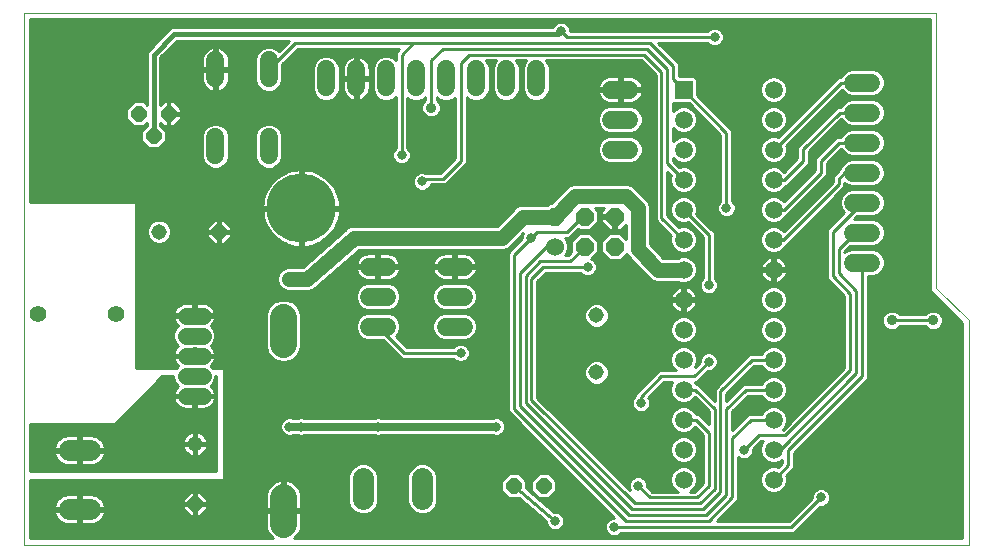
<source format=gbl>
G75*
%MOIN*%
%OFA0B0*%
%FSLAX24Y24*%
%IPPOS*%
%LPD*%
%AMOC8*
5,1,8,0,0,1.08239X$1,22.5*
%
%ADD10C,0.0000*%
%ADD11R,0.0587X0.0587*%
%ADD12C,0.0587*%
%ADD13C,0.0517*%
%ADD14C,0.0600*%
%ADD15OC8,0.0600*%
%ADD16C,0.0551*%
%ADD17C,0.0885*%
%ADD18OC8,0.0517*%
%ADD19C,0.0551*%
%ADD20C,0.0705*%
%ADD21C,0.0600*%
%ADD22C,0.2300*%
%ADD23C,0.0098*%
%ADD24C,0.0315*%
%ADD25C,0.0157*%
%ADD26C,0.0354*%
%ADD27C,0.0512*%
%ADD28C,0.0276*%
D10*
X000149Y000149D02*
X000149Y017866D01*
X030563Y017866D01*
X030563Y008712D01*
X031645Y007630D01*
X031645Y000149D01*
X000149Y000149D01*
D11*
X022149Y015315D03*
D12*
X022149Y014315D03*
X022149Y013315D03*
X022149Y012315D03*
X022149Y011315D03*
X022149Y010315D03*
X022149Y009315D03*
X022149Y008315D03*
X022149Y007315D03*
X022149Y006315D03*
X022149Y005315D03*
X022149Y004315D03*
X022149Y003315D03*
X022149Y002315D03*
X025149Y002315D03*
X025149Y003315D03*
X025149Y004315D03*
X025149Y005315D03*
X025149Y006315D03*
X025149Y007315D03*
X025149Y008315D03*
X025149Y009315D03*
X025149Y010315D03*
X025149Y011315D03*
X025149Y012315D03*
X025149Y013315D03*
X025149Y014315D03*
X025149Y015315D03*
D13*
X019244Y007792D03*
X019244Y005892D03*
X005858Y003511D03*
X004661Y010582D03*
D14*
X017850Y010082D03*
D15*
X018850Y010082D03*
X019850Y010082D03*
X019850Y011082D03*
X018850Y011082D03*
X017850Y011082D03*
D16*
X006118Y007787D02*
X005567Y007787D01*
X005567Y007118D02*
X006118Y007118D01*
X006118Y006448D02*
X005567Y006448D01*
X005567Y005779D02*
X006118Y005779D01*
X006118Y005110D02*
X005567Y005110D01*
D17*
X008811Y006841D02*
X008811Y007726D01*
X008811Y001726D02*
X008811Y000841D01*
D18*
X005858Y001511D03*
X016480Y002118D03*
X017480Y002118D03*
X006661Y010582D03*
X004480Y013769D03*
X004980Y014519D03*
X003980Y014519D03*
D19*
X003220Y007826D03*
X000622Y007826D03*
D20*
X001659Y003299D02*
X002364Y003299D01*
X002364Y001330D02*
X001659Y001330D01*
X011468Y001659D02*
X011468Y002364D01*
X013437Y002364D02*
X013437Y001659D01*
D21*
X014219Y007417D02*
X014819Y007417D01*
X014819Y008417D02*
X014219Y008417D01*
X014219Y009417D02*
X014819Y009417D01*
X012260Y009417D02*
X011660Y009417D01*
X011660Y008417D02*
X012260Y008417D01*
X012260Y007417D02*
X011660Y007417D01*
X008323Y013136D02*
X008323Y013736D01*
X006543Y013736D02*
X006543Y013136D01*
X010232Y015400D02*
X010232Y016000D01*
X011232Y016000D02*
X011232Y015400D01*
X012232Y015400D02*
X012232Y016000D01*
X013232Y016000D02*
X013232Y015400D01*
X014232Y015400D02*
X014232Y016000D01*
X015232Y016000D02*
X015232Y015400D01*
X016232Y015400D02*
X016232Y016000D01*
X017232Y016000D02*
X017232Y015400D01*
X019731Y015322D02*
X020331Y015322D01*
X020331Y014322D02*
X019731Y014322D01*
X019731Y013322D02*
X020331Y013322D01*
X027802Y013551D02*
X028402Y013551D01*
X028402Y014551D02*
X027802Y014551D01*
X027802Y015551D02*
X028402Y015551D01*
X028402Y012551D02*
X027802Y012551D01*
X027802Y011551D02*
X028402Y011551D01*
X028402Y010551D02*
X027802Y010551D01*
X027802Y009551D02*
X028402Y009551D01*
X008323Y015696D02*
X008323Y016296D01*
X006543Y016296D02*
X006543Y015696D01*
D22*
X009401Y011370D03*
D23*
X009352Y011393D02*
X003889Y011393D01*
X003889Y011489D02*
X008109Y011489D01*
X008104Y011433D02*
X008104Y011419D01*
X009352Y011419D01*
X009352Y012667D01*
X009337Y012667D01*
X009211Y012655D01*
X009085Y012630D01*
X008963Y012593D01*
X008846Y012544D01*
X008733Y012484D01*
X008627Y012413D01*
X008529Y012332D01*
X008439Y012242D01*
X008358Y012144D01*
X008287Y012038D01*
X008227Y011925D01*
X008178Y011807D01*
X008141Y011685D01*
X008116Y011560D01*
X008104Y011433D01*
X008104Y011320D02*
X008104Y011306D01*
X008116Y011179D01*
X008141Y011054D01*
X008178Y010932D01*
X008227Y010814D01*
X008287Y010702D01*
X008358Y010596D01*
X008439Y010497D01*
X008529Y010407D01*
X008627Y010326D01*
X008733Y010255D01*
X008846Y010195D01*
X008963Y010146D01*
X009085Y010109D01*
X009211Y010085D01*
X009337Y010072D01*
X009352Y010072D01*
X009352Y011320D01*
X009450Y011320D01*
X009450Y010072D01*
X009465Y010072D01*
X009592Y010085D01*
X009717Y010109D01*
X009839Y010146D01*
X009957Y010195D01*
X010069Y010255D01*
X010175Y010326D01*
X010274Y010407D01*
X010364Y010497D01*
X010445Y010596D01*
X010516Y010702D01*
X010576Y010814D01*
X010624Y010932D01*
X010661Y011054D01*
X010686Y011179D01*
X010699Y011306D01*
X010699Y011320D01*
X009450Y011320D01*
X009450Y011419D01*
X009352Y011419D01*
X009352Y011320D01*
X008104Y011320D01*
X008105Y011296D02*
X003889Y011296D01*
X003889Y011199D02*
X008114Y011199D01*
X008131Y011102D02*
X003889Y011102D01*
X003889Y011005D02*
X008156Y011005D01*
X008188Y010908D02*
X006910Y010908D01*
X006829Y010988D02*
X006692Y010988D01*
X006692Y010613D01*
X007067Y010613D01*
X007067Y010750D01*
X006829Y010988D01*
X006692Y010908D02*
X006630Y010908D01*
X006630Y010988D02*
X006493Y010988D01*
X006255Y010750D01*
X006255Y010613D01*
X006630Y010613D01*
X006630Y010551D01*
X006692Y010551D01*
X006692Y010176D01*
X006829Y010176D01*
X007067Y010414D01*
X007067Y010551D01*
X006692Y010551D01*
X006692Y010613D01*
X006630Y010613D01*
X006630Y010988D01*
X006630Y010811D02*
X006692Y010811D01*
X006692Y010714D02*
X006630Y010714D01*
X006630Y010617D02*
X006692Y010617D01*
X006630Y010551D02*
X006630Y010176D01*
X006493Y010176D01*
X006255Y010414D01*
X006255Y010551D01*
X006630Y010551D01*
X006630Y010520D02*
X006692Y010520D01*
X006692Y010423D02*
X006630Y010423D01*
X006630Y010326D02*
X006692Y010326D01*
X006692Y010229D02*
X006630Y010229D01*
X006440Y010229D02*
X004870Y010229D01*
X004891Y010238D02*
X005005Y010352D01*
X005067Y010502D01*
X005067Y010663D01*
X005005Y010812D01*
X004891Y010927D01*
X004742Y010988D01*
X004580Y010988D01*
X004431Y010927D01*
X004317Y010812D01*
X004255Y010663D01*
X004255Y010502D01*
X004317Y010352D01*
X004431Y010238D01*
X004580Y010176D01*
X004742Y010176D01*
X004891Y010238D01*
X004979Y010326D02*
X006343Y010326D01*
X006255Y010423D02*
X005035Y010423D01*
X005067Y010520D02*
X006255Y010520D01*
X006255Y010617D02*
X005067Y010617D01*
X005046Y010714D02*
X006255Y010714D01*
X006315Y010811D02*
X005006Y010811D01*
X004910Y010908D02*
X006412Y010908D01*
X007007Y010811D02*
X008228Y010811D01*
X008280Y010714D02*
X007067Y010714D01*
X007067Y010617D02*
X008343Y010617D01*
X008420Y010520D02*
X007067Y010520D01*
X007067Y010423D02*
X008512Y010423D01*
X008627Y010326D02*
X006979Y010326D01*
X006882Y010229D02*
X008782Y010229D01*
X009009Y010133D02*
X003889Y010133D01*
X003889Y010229D02*
X004452Y010229D01*
X004343Y010326D02*
X003889Y010326D01*
X003889Y010423D02*
X004287Y010423D01*
X004255Y010520D02*
X003889Y010520D01*
X003889Y010617D02*
X004255Y010617D01*
X004276Y010714D02*
X003889Y010714D01*
X003889Y010811D02*
X004316Y010811D01*
X004412Y010908D02*
X003889Y010908D01*
X003889Y011567D02*
X000356Y011567D01*
X000356Y017659D01*
X030356Y017659D01*
X030356Y008627D01*
X030477Y008506D01*
X031439Y007544D01*
X031439Y000356D01*
X009148Y000356D01*
X009195Y000390D01*
X009261Y000456D01*
X009315Y000531D01*
X009358Y000614D01*
X009386Y000702D01*
X009401Y000794D01*
X009401Y001234D01*
X008860Y001234D01*
X008860Y001332D01*
X009401Y001332D01*
X009401Y001772D01*
X009386Y001864D01*
X009358Y001952D01*
X009315Y002035D01*
X009261Y002110D01*
X009195Y002176D01*
X009120Y002230D01*
X009037Y002272D01*
X008949Y002301D01*
X008860Y002315D01*
X008860Y001332D01*
X008761Y001332D01*
X008761Y001234D01*
X008220Y001234D01*
X008220Y000794D01*
X008235Y000702D01*
X008264Y000614D01*
X008306Y000531D01*
X008360Y000456D01*
X008426Y000390D01*
X008474Y000356D01*
X000356Y000356D01*
X000356Y002315D01*
X006842Y002315D01*
X006842Y006055D01*
X006441Y006055D01*
X006380Y006116D01*
X006393Y006126D01*
X006441Y006173D01*
X006480Y006227D01*
X006510Y006286D01*
X006531Y006349D01*
X006540Y006409D01*
X005882Y006409D01*
X005882Y006488D01*
X006540Y006488D01*
X006531Y006548D01*
X006510Y006611D01*
X006480Y006670D01*
X006441Y006724D01*
X006393Y006771D01*
X006380Y006781D01*
X006477Y006878D01*
X006541Y007034D01*
X006541Y007202D01*
X006477Y007357D01*
X006380Y007454D01*
X006393Y007464D01*
X006441Y007511D01*
X006480Y007565D01*
X006510Y007625D01*
X006531Y007688D01*
X006540Y007748D01*
X005882Y007748D01*
X005882Y007826D01*
X006540Y007826D01*
X006531Y007886D01*
X006510Y007949D01*
X006480Y008009D01*
X006441Y008063D01*
X006393Y008110D01*
X006340Y008149D01*
X006280Y008179D01*
X006217Y008200D01*
X006151Y008210D01*
X005881Y008210D01*
X005881Y007826D01*
X005803Y007826D01*
X005803Y007748D01*
X005144Y007748D01*
X005154Y007688D01*
X005174Y007625D01*
X005205Y007565D01*
X005244Y007511D01*
X005291Y007464D01*
X005305Y007454D01*
X005208Y007357D01*
X005143Y007202D01*
X005143Y007034D01*
X005208Y006878D01*
X005305Y006781D01*
X005291Y006771D01*
X005244Y006724D01*
X005205Y006670D01*
X005174Y006611D01*
X005154Y006548D01*
X005144Y006488D01*
X005803Y006488D01*
X005803Y006694D01*
X005881Y006694D01*
X005881Y006488D01*
X005803Y006488D01*
X005803Y006409D01*
X005881Y006409D01*
X005881Y006202D01*
X005803Y006202D01*
X005803Y006409D01*
X005144Y006409D01*
X005154Y006349D01*
X005174Y006286D01*
X005205Y006227D01*
X005244Y006173D01*
X005291Y006126D01*
X005305Y006116D01*
X005244Y006055D01*
X003889Y006055D01*
X003889Y011567D01*
X006163Y012883D02*
X006289Y012757D01*
X006454Y012689D01*
X006632Y012689D01*
X006796Y012757D01*
X006922Y012883D01*
X006990Y013047D01*
X006990Y013825D01*
X006922Y013990D01*
X006796Y014116D01*
X006632Y014184D01*
X006454Y014184D01*
X006289Y014116D01*
X006163Y013990D01*
X006095Y013825D01*
X006095Y013047D01*
X006163Y012883D01*
X006199Y012846D02*
X000356Y012846D01*
X000356Y012750D02*
X006306Y012750D01*
X006138Y012943D02*
X000356Y012943D01*
X000356Y013040D02*
X006098Y013040D01*
X006095Y013137D02*
X000356Y013137D01*
X000356Y013234D02*
X006095Y013234D01*
X006095Y013331D02*
X000356Y013331D01*
X000356Y013428D02*
X004247Y013428D01*
X004312Y013363D02*
X004648Y013363D01*
X004886Y013601D01*
X004886Y013937D01*
X004706Y014117D01*
X004706Y014219D01*
X004812Y014113D01*
X004949Y014113D01*
X004949Y014488D01*
X005011Y014488D01*
X005011Y014113D01*
X005148Y014113D01*
X005386Y014351D01*
X005386Y014489D01*
X005011Y014489D01*
X005011Y014550D01*
X005386Y014550D01*
X005386Y014687D01*
X005148Y014925D01*
X005011Y014925D01*
X005011Y014550D01*
X004949Y014550D01*
X004949Y014925D01*
X004812Y014925D01*
X004706Y014820D01*
X004706Y016394D01*
X005263Y016950D01*
X008995Y016950D01*
X008648Y016604D01*
X008576Y016676D01*
X008412Y016744D01*
X008234Y016744D01*
X008069Y016676D01*
X007943Y016550D01*
X007875Y016385D01*
X007875Y015607D01*
X007943Y015443D01*
X008069Y015317D01*
X008234Y015249D01*
X008412Y015249D01*
X008576Y015317D01*
X008702Y015443D01*
X008770Y015607D01*
X008770Y016169D01*
X009286Y016685D01*
X012666Y016685D01*
X012551Y016569D01*
X012551Y016315D01*
X012485Y016380D01*
X012321Y016448D01*
X012143Y016448D01*
X011978Y016380D01*
X011852Y016254D01*
X011784Y016089D01*
X011784Y015311D01*
X011852Y015147D01*
X011978Y015021D01*
X012143Y014953D01*
X012321Y014953D01*
X012485Y015021D01*
X012551Y015086D01*
X012551Y013376D01*
X012489Y013314D01*
X012443Y013202D01*
X012443Y013081D01*
X012489Y012969D01*
X012575Y012883D01*
X012687Y012836D01*
X012808Y012836D01*
X012920Y012883D01*
X013006Y012969D01*
X013053Y013081D01*
X013053Y013202D01*
X013006Y013314D01*
X012944Y013376D01*
X012944Y015055D01*
X012978Y015021D01*
X013143Y014953D01*
X013321Y014953D01*
X013485Y015021D01*
X013535Y015070D01*
X013535Y014979D01*
X013384Y014979D01*
X013457Y014900D02*
X013535Y014979D01*
X013457Y014900D02*
X013407Y014781D01*
X013407Y014652D01*
X013457Y014532D01*
X013548Y014441D01*
X013667Y014391D01*
X013796Y014391D01*
X013916Y014441D01*
X014007Y014532D01*
X014057Y014652D01*
X014057Y014781D01*
X014007Y014900D01*
X013929Y014979D01*
X014080Y014979D01*
X014143Y014953D02*
X013978Y015021D01*
X013929Y015070D01*
X013929Y014979D01*
X014015Y014882D02*
X014519Y014882D01*
X014519Y014979D02*
X014384Y014979D01*
X014321Y014953D02*
X014485Y015021D01*
X014519Y015055D01*
X014519Y013026D01*
X014044Y012551D01*
X013521Y012551D01*
X013497Y012561D01*
X013376Y012561D01*
X013264Y012514D01*
X013178Y012428D01*
X013131Y012316D01*
X013131Y012195D01*
X013178Y012083D01*
X013264Y011997D01*
X013376Y011950D01*
X013497Y011950D01*
X013609Y011997D01*
X013695Y012083D01*
X013726Y012157D01*
X014207Y012157D01*
X014322Y012272D01*
X014913Y012863D01*
X014913Y015086D01*
X014978Y015021D01*
X015143Y014953D01*
X015321Y014953D01*
X015485Y015021D01*
X015611Y015147D01*
X015680Y015311D01*
X015680Y016089D01*
X015611Y016254D01*
X015574Y016291D01*
X015889Y016291D01*
X015852Y016254D01*
X015784Y016089D01*
X015784Y015311D01*
X015852Y015147D01*
X015978Y015021D01*
X016143Y014953D01*
X016321Y014953D01*
X016485Y015021D01*
X016611Y015147D01*
X016680Y015311D01*
X016680Y016089D01*
X016611Y016254D01*
X016574Y016291D01*
X016889Y016291D01*
X016852Y016254D01*
X016784Y016089D01*
X016784Y015311D01*
X016852Y015147D01*
X016978Y015021D01*
X017143Y014953D01*
X017321Y014953D01*
X017485Y015021D01*
X017611Y015147D01*
X017680Y015311D01*
X017680Y016089D01*
X017611Y016254D01*
X017574Y016291D01*
X020737Y016291D01*
X021212Y015816D01*
X021212Y010973D01*
X021730Y010455D01*
X021708Y010402D01*
X021708Y010227D01*
X021775Y010065D01*
X021899Y009941D01*
X022061Y009874D01*
X022237Y009874D01*
X022399Y009941D01*
X022523Y010065D01*
X022590Y010227D01*
X022590Y010402D01*
X022523Y010564D01*
X022399Y010688D01*
X022237Y010756D01*
X022061Y010756D01*
X022008Y010734D01*
X021606Y011136D01*
X021606Y012579D01*
X021730Y012455D01*
X021708Y012402D01*
X021708Y012227D01*
X021775Y012065D01*
X021899Y011941D01*
X022061Y011874D01*
X022237Y011874D01*
X022399Y011941D01*
X022523Y012065D01*
X022590Y012227D01*
X022590Y012402D01*
X022523Y012564D01*
X022399Y012688D01*
X022237Y012756D01*
X022061Y012756D01*
X022008Y012734D01*
X021803Y012939D01*
X021803Y013037D01*
X021899Y012941D01*
X022061Y012874D01*
X022237Y012874D01*
X022399Y012941D01*
X022523Y013065D01*
X022590Y013227D01*
X022590Y013402D01*
X022523Y013564D01*
X022399Y013688D01*
X022237Y013756D01*
X022061Y013756D01*
X021899Y013688D01*
X021803Y013592D01*
X021803Y014037D01*
X021899Y013941D01*
X022061Y013874D01*
X022237Y013874D01*
X022399Y013941D01*
X022523Y014065D01*
X022590Y014227D01*
X022590Y014402D01*
X022523Y014564D01*
X022399Y014688D01*
X022237Y014756D01*
X022061Y014756D01*
X021899Y014688D01*
X021803Y014688D01*
X021899Y014688D02*
X021803Y014592D01*
X021803Y014874D01*
X022312Y014874D01*
X023378Y013808D01*
X023378Y011604D01*
X023316Y011543D01*
X023269Y011430D01*
X023269Y011309D01*
X023316Y011197D01*
X023402Y011111D01*
X023514Y011065D01*
X023635Y011065D01*
X023747Y011111D01*
X023833Y011197D01*
X023880Y011309D01*
X023880Y011430D01*
X023833Y011543D01*
X023771Y011604D01*
X023771Y013971D01*
X022590Y015152D01*
X022590Y015669D01*
X022504Y015756D01*
X022000Y015756D01*
X022000Y016176D01*
X021884Y016291D01*
X021294Y016881D01*
X022946Y016881D01*
X023008Y016820D01*
X023120Y016773D01*
X023241Y016773D01*
X023354Y016820D01*
X030356Y016820D01*
X030356Y016723D02*
X021452Y016723D01*
X021549Y016627D02*
X030356Y016627D01*
X030356Y016530D02*
X021646Y016530D01*
X021743Y016433D02*
X030356Y016433D01*
X030356Y016336D02*
X021839Y016336D01*
X021936Y016239D02*
X030356Y016239D01*
X030356Y016142D02*
X022000Y016142D01*
X022000Y016045D02*
X030356Y016045D01*
X030356Y015948D02*
X028613Y015948D01*
X028656Y015930D02*
X028491Y015998D01*
X027713Y015998D01*
X027548Y015930D01*
X027422Y015804D01*
X027399Y015748D01*
X027304Y015748D01*
X027189Y015632D01*
X025290Y013734D01*
X025237Y013756D01*
X025061Y013756D01*
X024899Y013688D01*
X024775Y013564D01*
X024708Y013402D01*
X024708Y013227D01*
X024775Y013065D01*
X024899Y012941D01*
X025061Y012874D01*
X025237Y012874D01*
X025399Y012941D01*
X025523Y013065D01*
X025590Y013227D01*
X025590Y013402D01*
X025568Y013455D01*
X027419Y015306D01*
X027422Y015297D01*
X027548Y015171D01*
X027713Y015103D01*
X028491Y015103D01*
X028656Y015171D01*
X028781Y015297D01*
X028850Y015462D01*
X028850Y015640D01*
X028781Y015804D01*
X028656Y015930D01*
X028735Y015851D02*
X030356Y015851D01*
X030356Y015754D02*
X028802Y015754D01*
X028842Y015657D02*
X030356Y015657D01*
X030356Y015560D02*
X028850Y015560D01*
X028850Y015463D02*
X030356Y015463D01*
X030356Y015367D02*
X028810Y015367D01*
X028754Y015270D02*
X030356Y015270D01*
X030356Y015173D02*
X028657Y015173D01*
X028538Y014979D02*
X030356Y014979D01*
X030356Y015076D02*
X027189Y015076D01*
X027286Y015173D02*
X027547Y015173D01*
X027450Y015270D02*
X027383Y015270D01*
X027548Y014930D02*
X027713Y014998D01*
X028491Y014998D01*
X028656Y014930D01*
X028781Y014804D01*
X028850Y014640D01*
X028850Y014462D01*
X028781Y014297D01*
X028656Y014171D01*
X028491Y014103D01*
X027713Y014103D01*
X027548Y014171D01*
X027422Y014297D01*
X027407Y014334D01*
X026330Y013257D01*
X026330Y012863D01*
X026215Y012748D01*
X025585Y012118D01*
X025545Y012118D01*
X025523Y012065D01*
X025399Y011941D01*
X025237Y011874D01*
X025061Y011874D01*
X024899Y011941D01*
X024775Y012065D01*
X024708Y012227D01*
X024708Y012402D01*
X024775Y012564D01*
X024899Y012688D01*
X025061Y012756D01*
X025237Y012756D01*
X025399Y012688D01*
X025499Y012588D01*
X025937Y013026D01*
X025937Y013420D01*
X027149Y014632D01*
X027265Y014748D01*
X027399Y014748D01*
X027422Y014804D01*
X027548Y014930D01*
X027500Y014882D02*
X026995Y014882D01*
X027092Y014979D02*
X027666Y014979D01*
X027414Y014785D02*
X026898Y014785D01*
X026801Y014688D02*
X027205Y014688D01*
X027108Y014591D02*
X026704Y014591D01*
X026607Y014494D02*
X027011Y014494D01*
X026914Y014397D02*
X026510Y014397D01*
X026413Y014300D02*
X026817Y014300D01*
X026720Y014203D02*
X026316Y014203D01*
X026220Y014106D02*
X026623Y014106D01*
X026526Y014010D02*
X026123Y014010D01*
X026026Y013913D02*
X026430Y013913D01*
X026333Y013816D02*
X025929Y013816D01*
X025832Y013719D02*
X026236Y013719D01*
X026139Y013622D02*
X025735Y013622D01*
X025638Y013525D02*
X026042Y013525D01*
X025945Y013428D02*
X025580Y013428D01*
X025590Y013331D02*
X025937Y013331D01*
X025937Y013234D02*
X025590Y013234D01*
X025553Y013137D02*
X025937Y013137D01*
X025937Y013040D02*
X025499Y013040D01*
X025402Y012943D02*
X025854Y012943D01*
X025757Y012846D02*
X023771Y012846D01*
X023771Y012750D02*
X025047Y012750D01*
X025252Y012750D02*
X025660Y012750D01*
X025563Y012653D02*
X025435Y012653D01*
X024897Y012943D02*
X023771Y012943D01*
X023771Y013040D02*
X024800Y013040D01*
X024745Y013137D02*
X023771Y013137D01*
X023771Y013234D02*
X024708Y013234D01*
X024708Y013331D02*
X023771Y013331D01*
X023771Y013428D02*
X024719Y013428D01*
X024759Y013525D02*
X023771Y013525D01*
X023771Y013622D02*
X024833Y013622D01*
X024973Y013719D02*
X023771Y013719D01*
X023771Y013816D02*
X025372Y013816D01*
X025331Y013913D02*
X025469Y013913D01*
X025399Y013941D02*
X025523Y014065D01*
X025590Y014227D01*
X025590Y014402D01*
X025523Y014564D01*
X025399Y014688D01*
X025237Y014756D01*
X025061Y014756D01*
X024899Y014688D01*
X023054Y014688D01*
X022957Y014785D02*
X026341Y014785D01*
X026244Y014688D02*
X025400Y014688D01*
X025496Y014591D02*
X026147Y014591D01*
X026050Y014494D02*
X025552Y014494D01*
X025590Y014397D02*
X025954Y014397D01*
X025857Y014300D02*
X025590Y014300D01*
X025581Y014203D02*
X025760Y014203D01*
X025663Y014106D02*
X025540Y014106D01*
X025566Y014010D02*
X025468Y014010D01*
X025399Y013941D02*
X025237Y013874D01*
X025061Y013874D01*
X024899Y013941D01*
X024775Y014065D01*
X024708Y014227D01*
X024708Y014402D01*
X024775Y014564D01*
X024899Y014688D01*
X024802Y014591D02*
X023151Y014591D01*
X023248Y014494D02*
X024746Y014494D01*
X024708Y014397D02*
X023345Y014397D01*
X023442Y014300D02*
X024708Y014300D01*
X024718Y014203D02*
X023539Y014203D01*
X023636Y014106D02*
X024758Y014106D01*
X024830Y014010D02*
X023733Y014010D01*
X023771Y013913D02*
X024967Y013913D01*
X025149Y013315D02*
X027385Y015551D01*
X028102Y015551D01*
X027591Y015948D02*
X022000Y015948D01*
X022000Y015851D02*
X027469Y015851D01*
X027402Y015754D02*
X025240Y015754D01*
X025237Y015756D02*
X025061Y015756D01*
X024899Y015688D01*
X024775Y015564D01*
X024708Y015402D01*
X024708Y015227D01*
X024775Y015065D01*
X024899Y014941D01*
X025061Y014874D01*
X025237Y014874D01*
X025399Y014941D01*
X025523Y015065D01*
X025590Y015227D01*
X025590Y015402D01*
X025523Y015564D01*
X025399Y015688D01*
X025237Y015756D01*
X025058Y015754D02*
X022505Y015754D01*
X022590Y015657D02*
X024868Y015657D01*
X024774Y015560D02*
X022590Y015560D01*
X022590Y015463D02*
X024733Y015463D01*
X024708Y015367D02*
X022590Y015367D01*
X022590Y015270D02*
X024708Y015270D01*
X024731Y015173D02*
X022590Y015173D01*
X022666Y015076D02*
X024771Y015076D01*
X024861Y014979D02*
X022763Y014979D01*
X022860Y014882D02*
X025041Y014882D01*
X025257Y014882D02*
X026438Y014882D01*
X026535Y014979D02*
X025437Y014979D01*
X025528Y015076D02*
X026632Y015076D01*
X026729Y015173D02*
X025568Y015173D01*
X025590Y015270D02*
X026826Y015270D01*
X026923Y015367D02*
X025590Y015367D01*
X025565Y015463D02*
X027020Y015463D01*
X027117Y015560D02*
X025525Y015560D01*
X025430Y015657D02*
X027214Y015657D01*
X028704Y014882D02*
X030356Y014882D01*
X030356Y014785D02*
X028789Y014785D01*
X028830Y014688D02*
X030356Y014688D01*
X030356Y014591D02*
X028850Y014591D01*
X028850Y014494D02*
X030356Y014494D01*
X030356Y014397D02*
X028823Y014397D01*
X028783Y014300D02*
X030356Y014300D01*
X030356Y014203D02*
X028688Y014203D01*
X028499Y014106D02*
X030356Y014106D01*
X030356Y014010D02*
X027083Y014010D01*
X027180Y014106D02*
X027705Y014106D01*
X027713Y013998D02*
X027548Y013930D01*
X027422Y013804D01*
X027399Y013748D01*
X027249Y013748D01*
X027133Y013632D01*
X026527Y013026D01*
X026527Y012632D01*
X025491Y011596D01*
X025399Y011688D01*
X025237Y011756D01*
X025061Y011756D01*
X024899Y011688D01*
X024775Y011564D01*
X024708Y011402D01*
X024708Y011227D01*
X024775Y011065D01*
X024899Y010941D01*
X025061Y010874D01*
X025237Y010874D01*
X025399Y010941D01*
X025523Y011065D01*
X025545Y011118D01*
X025569Y011118D01*
X026806Y012354D01*
X026921Y012469D01*
X026921Y012863D01*
X027403Y013345D01*
X027422Y013297D01*
X027548Y013171D01*
X027713Y013103D01*
X028491Y013103D01*
X028656Y013171D01*
X028781Y013297D01*
X028850Y013462D01*
X028850Y013640D01*
X028781Y013804D01*
X028656Y013930D01*
X028491Y013998D01*
X027713Y013998D01*
X027531Y013913D02*
X026986Y013913D01*
X026889Y013816D02*
X027434Y013816D01*
X027220Y013719D02*
X026792Y013719D01*
X026696Y013622D02*
X027123Y013622D01*
X027026Y013525D02*
X026599Y013525D01*
X026502Y013428D02*
X026929Y013428D01*
X026832Y013331D02*
X026405Y013331D01*
X026330Y013234D02*
X026735Y013234D01*
X026638Y013137D02*
X026330Y013137D01*
X026330Y013040D02*
X026541Y013040D01*
X026527Y012943D02*
X026330Y012943D01*
X026314Y012846D02*
X026527Y012846D01*
X026527Y012750D02*
X026217Y012750D01*
X026120Y012653D02*
X026527Y012653D01*
X026451Y012556D02*
X026023Y012556D01*
X025926Y012459D02*
X026354Y012459D01*
X026257Y012362D02*
X025829Y012362D01*
X025732Y012265D02*
X026160Y012265D01*
X026063Y012168D02*
X025635Y012168D01*
X025526Y012071D02*
X025966Y012071D01*
X025869Y011974D02*
X025433Y011974D01*
X025246Y011877D02*
X025772Y011877D01*
X025675Y011780D02*
X023771Y011780D01*
X023771Y011683D02*
X024894Y011683D01*
X024797Y011586D02*
X023789Y011586D01*
X023855Y011489D02*
X024744Y011489D01*
X024708Y011393D02*
X023880Y011393D01*
X023874Y011296D02*
X024708Y011296D01*
X024720Y011199D02*
X023834Y011199D01*
X023725Y011102D02*
X024760Y011102D01*
X024835Y011005D02*
X022737Y011005D01*
X022640Y011102D02*
X023424Y011102D01*
X023315Y011199D02*
X022579Y011199D01*
X022568Y011174D02*
X022590Y011227D01*
X022590Y011402D01*
X022523Y011564D01*
X022399Y011688D01*
X022237Y011756D01*
X022061Y011756D01*
X021899Y011688D01*
X021775Y011564D01*
X021708Y011402D01*
X021708Y011227D01*
X021775Y011065D01*
X021899Y010941D01*
X022061Y010874D01*
X022237Y010874D01*
X022290Y010895D01*
X022787Y010398D01*
X022787Y009045D01*
X022725Y008983D01*
X022679Y008871D01*
X022679Y008750D01*
X022725Y008638D01*
X022811Y008552D01*
X022923Y008506D01*
X023045Y008506D01*
X023157Y008552D01*
X023243Y008638D01*
X023289Y008750D01*
X023289Y008871D01*
X023243Y008983D01*
X023181Y009045D01*
X023181Y010561D01*
X023065Y010677D01*
X022568Y011174D01*
X022590Y011296D02*
X023275Y011296D01*
X023269Y011393D02*
X022590Y011393D01*
X022554Y011489D02*
X023294Y011489D01*
X023360Y011586D02*
X022501Y011586D01*
X022404Y011683D02*
X023378Y011683D01*
X023378Y011780D02*
X021606Y011780D01*
X021606Y011683D02*
X021894Y011683D01*
X021797Y011586D02*
X021606Y011586D01*
X021606Y011489D02*
X021744Y011489D01*
X021708Y011393D02*
X021606Y011393D01*
X021606Y011296D02*
X021708Y011296D01*
X021720Y011199D02*
X021606Y011199D01*
X021640Y011102D02*
X021760Y011102D01*
X021737Y011005D02*
X021835Y011005D01*
X021834Y010908D02*
X021978Y010908D01*
X021931Y010811D02*
X022374Y010811D01*
X022337Y010714D02*
X022471Y010714D01*
X022470Y010617D02*
X022568Y010617D01*
X022541Y010520D02*
X022665Y010520D01*
X022582Y010423D02*
X022762Y010423D01*
X022787Y010326D02*
X022590Y010326D01*
X022590Y010229D02*
X022787Y010229D01*
X022787Y010133D02*
X022551Y010133D01*
X022494Y010036D02*
X022787Y010036D01*
X022787Y009939D02*
X022394Y009939D01*
X022263Y009745D02*
X022787Y009745D01*
X022787Y009842D02*
X021342Y009842D01*
X021245Y009939D02*
X021904Y009939D01*
X021804Y010036D02*
X021148Y010036D01*
X021052Y010133D02*
X021747Y010133D01*
X021708Y010229D02*
X021025Y010229D01*
X021025Y010159D02*
X021025Y011450D01*
X020964Y011598D01*
X020850Y011712D01*
X020457Y012105D01*
X020308Y012167D01*
X018451Y012167D01*
X018303Y012105D01*
X018189Y011992D01*
X017727Y011530D01*
X017665Y011530D01*
X017620Y011486D01*
X016711Y011486D01*
X016562Y011424D01*
X016449Y011311D01*
X015927Y010789D01*
X011186Y010789D01*
X011120Y010793D01*
X011106Y010789D01*
X011093Y010789D01*
X011031Y010763D01*
X010968Y010742D01*
X010957Y010733D01*
X010944Y010728D01*
X010897Y010680D01*
X009446Y009411D01*
X008927Y009411D01*
X008779Y009350D01*
X008665Y009236D01*
X008604Y009088D01*
X008604Y008927D01*
X008665Y008779D01*
X008779Y008665D01*
X008927Y008604D01*
X009585Y008604D01*
X009651Y008599D01*
X009664Y008604D01*
X009678Y008604D01*
X009740Y008630D01*
X009803Y008651D01*
X009814Y008660D01*
X009827Y008665D01*
X009874Y008713D01*
X011324Y009982D01*
X016174Y009982D01*
X016323Y010043D01*
X016807Y010528D01*
X016773Y010446D01*
X016773Y010359D01*
X016291Y009876D01*
X016291Y004595D01*
X019841Y001045D01*
X019774Y001045D01*
X019661Y000998D01*
X019576Y000913D01*
X019529Y000800D01*
X019529Y000679D01*
X019576Y000567D01*
X019661Y000481D01*
X019774Y000435D01*
X019895Y000435D01*
X020007Y000481D01*
X020069Y000543D01*
X025821Y000543D01*
X026697Y001419D01*
X026785Y001419D01*
X026897Y001465D01*
X026983Y001551D01*
X027029Y001663D01*
X027029Y001785D01*
X026983Y001897D01*
X026897Y001983D01*
X026785Y002029D01*
X026663Y002029D01*
X026551Y001983D01*
X026465Y001897D01*
X026419Y001785D01*
X026419Y001697D01*
X025658Y000937D01*
X023262Y000937D01*
X023853Y001527D01*
X023968Y001642D01*
X023968Y003064D01*
X023992Y003040D01*
X024104Y002994D01*
X024226Y002994D01*
X024338Y003040D01*
X024424Y003126D01*
X024470Y003238D01*
X024470Y003326D01*
X024739Y003594D01*
X024805Y003594D01*
X024775Y003564D01*
X024708Y003402D01*
X024708Y003227D01*
X024775Y003065D01*
X024899Y002941D01*
X025061Y002874D01*
X025237Y002874D01*
X025399Y002941D01*
X025444Y002986D01*
X025444Y002888D01*
X025290Y002734D01*
X025237Y002756D01*
X025061Y002756D01*
X024899Y002688D01*
X024775Y002564D01*
X024708Y002402D01*
X024708Y002227D01*
X024775Y002065D01*
X024899Y001941D01*
X025061Y001874D01*
X025237Y001874D01*
X025399Y001941D01*
X025523Y002065D01*
X025590Y002227D01*
X025590Y002402D01*
X025568Y002455D01*
X025723Y002610D01*
X025838Y002725D01*
X025838Y003217D01*
X028184Y005563D01*
X028299Y005678D01*
X028299Y009103D01*
X028491Y009103D01*
X028656Y009171D01*
X028781Y009297D01*
X028850Y009462D01*
X028850Y009640D01*
X028781Y009804D01*
X028656Y009930D01*
X028491Y009998D01*
X027713Y009998D01*
X027548Y009930D01*
X027511Y009893D01*
X027511Y009910D01*
X027707Y010106D01*
X027713Y010103D01*
X028491Y010103D01*
X028656Y010171D01*
X028781Y010297D01*
X028850Y010462D01*
X028850Y010640D01*
X028781Y010804D01*
X028656Y010930D01*
X028491Y010998D01*
X027828Y010998D01*
X027933Y011103D01*
X028491Y011103D01*
X028656Y011171D01*
X028781Y011297D01*
X028850Y011462D01*
X028850Y011640D01*
X028781Y011804D01*
X028656Y011930D01*
X028491Y011998D01*
X027713Y011998D01*
X027548Y011930D01*
X027422Y011804D01*
X027354Y011640D01*
X027354Y011462D01*
X027422Y011297D01*
X027496Y011223D01*
X027036Y010763D01*
X026921Y010648D01*
X026921Y009024D01*
X027036Y008909D01*
X027511Y008434D01*
X027511Y006038D01*
X025461Y003988D01*
X025446Y003988D01*
X025523Y004065D01*
X025590Y004227D01*
X025590Y004402D01*
X025523Y004564D01*
X025399Y004688D01*
X025237Y004756D01*
X025061Y004756D01*
X024899Y004688D01*
X024775Y004564D01*
X024753Y004511D01*
X024312Y004511D01*
X024196Y004396D01*
X023771Y003971D01*
X023771Y004595D01*
X024294Y005118D01*
X024753Y005118D01*
X024775Y005065D01*
X024899Y004941D01*
X025061Y004874D01*
X025237Y004874D01*
X025399Y004941D01*
X025523Y005065D01*
X025590Y005227D01*
X025590Y005402D01*
X025523Y005564D01*
X025399Y005688D01*
X025237Y005756D01*
X025061Y005756D01*
X024899Y005688D01*
X024775Y005564D01*
X024753Y005511D01*
X024131Y005511D01*
X024015Y005396D01*
X023574Y004955D01*
X023574Y005186D01*
X024506Y006118D01*
X024753Y006118D01*
X024775Y006065D01*
X024899Y005941D01*
X025061Y005874D01*
X025237Y005874D01*
X025399Y005941D01*
X025523Y006065D01*
X025590Y006227D01*
X025590Y006402D01*
X025523Y006564D01*
X025399Y006688D01*
X025237Y006756D01*
X025061Y006756D01*
X024899Y006688D01*
X024775Y006564D01*
X024753Y006511D01*
X024343Y006511D01*
X024228Y006396D01*
X023181Y005349D01*
X023181Y004955D01*
X022740Y005396D01*
X022624Y005511D01*
X022545Y005511D01*
X022524Y005563D01*
X022573Y005563D01*
X022689Y005678D01*
X022957Y005946D01*
X023045Y005946D01*
X023157Y005993D01*
X023243Y006079D01*
X023289Y006191D01*
X023289Y006312D01*
X023243Y006424D01*
X023157Y006510D01*
X023045Y006557D01*
X022923Y006557D01*
X022811Y006510D01*
X022725Y006424D01*
X022679Y006312D01*
X022679Y006225D01*
X022526Y006072D01*
X022590Y006227D01*
X022590Y006402D01*
X022523Y006564D01*
X022399Y006688D01*
X022237Y006756D01*
X022061Y006756D01*
X021899Y006688D01*
X021775Y006564D01*
X021708Y006402D01*
X021708Y006227D01*
X021775Y006065D01*
X021884Y005956D01*
X021328Y005956D01*
X020639Y005267D01*
X020523Y005152D01*
X020523Y005108D01*
X020461Y005046D01*
X020415Y004934D01*
X020415Y004813D01*
X020461Y004701D01*
X020547Y004615D01*
X020659Y004569D01*
X020781Y004569D01*
X020893Y004615D01*
X020979Y004701D01*
X021025Y004813D01*
X021025Y004934D01*
X020979Y005046D01*
X020977Y005049D01*
X021491Y005563D01*
X021775Y005563D01*
X021708Y005402D01*
X021708Y005227D01*
X021775Y005065D01*
X021899Y004941D01*
X022061Y004874D01*
X022237Y004874D01*
X022399Y004941D01*
X022519Y005060D01*
X022984Y004595D01*
X022984Y004168D01*
X022756Y004396D01*
X022640Y004511D01*
X022545Y004511D01*
X022523Y004564D01*
X022399Y004688D01*
X022237Y004756D01*
X022061Y004756D01*
X021899Y004688D01*
X021775Y004564D01*
X021708Y004402D01*
X021708Y004227D01*
X021775Y004065D01*
X021899Y003941D01*
X022061Y003874D01*
X022237Y003874D01*
X022399Y003941D01*
X022523Y004065D01*
X022525Y004070D01*
X022787Y003808D01*
X022787Y002199D01*
X022509Y001921D01*
X022351Y001921D01*
X022399Y001941D01*
X022523Y002065D01*
X022590Y002227D01*
X022590Y002402D01*
X022523Y002564D01*
X022399Y002688D01*
X022237Y002756D01*
X022061Y002756D01*
X021899Y002688D01*
X021775Y002564D01*
X021708Y002402D01*
X021708Y002227D01*
X021775Y002065D01*
X021899Y001941D01*
X021947Y001921D01*
X021097Y001921D01*
X020927Y002091D01*
X020927Y002178D01*
X020880Y002291D01*
X020794Y002376D01*
X020682Y002423D01*
X020561Y002423D01*
X020449Y002376D01*
X020363Y002291D01*
X020317Y002178D01*
X020317Y002057D01*
X020348Y001981D01*
X017275Y005054D01*
X017275Y008926D01*
X017554Y009204D01*
X018714Y009204D01*
X018776Y009143D01*
X018888Y009096D01*
X019009Y009096D01*
X019121Y009143D01*
X019207Y009228D01*
X019254Y009340D01*
X019254Y009462D01*
X019207Y009574D01*
X019121Y009660D01*
X019078Y009678D01*
X019298Y009897D01*
X019298Y010268D01*
X019035Y010530D01*
X018665Y010530D01*
X018402Y010268D01*
X018402Y009913D01*
X018284Y009795D01*
X018196Y009795D01*
X018229Y009829D01*
X018298Y009993D01*
X018298Y010171D01*
X018229Y010336D01*
X018180Y010385D01*
X018341Y010385D01*
X018456Y010501D01*
X018627Y010672D01*
X018665Y010635D01*
X019035Y010635D01*
X019298Y010897D01*
X019298Y011268D01*
X019205Y011360D01*
X019495Y011360D01*
X019402Y011268D01*
X019402Y011131D01*
X019801Y011131D01*
X019801Y011033D01*
X019899Y011033D01*
X019899Y010635D01*
X020035Y010635D01*
X020218Y010817D01*
X020218Y010347D01*
X020035Y010530D01*
X019665Y010530D01*
X019402Y010268D01*
X019402Y009897D01*
X019665Y009635D01*
X020035Y009635D01*
X020246Y009845D01*
X020280Y009763D01*
X020957Y009086D01*
X021070Y008972D01*
X021219Y008911D01*
X021971Y008911D01*
X022061Y008874D01*
X022237Y008874D01*
X022399Y008941D01*
X022523Y009065D01*
X022590Y009227D01*
X022590Y009402D01*
X022523Y009564D01*
X022399Y009688D01*
X022237Y009756D01*
X022061Y009756D01*
X021971Y009718D01*
X021466Y009718D01*
X021025Y010159D01*
X021025Y010326D02*
X021708Y010326D01*
X021717Y010423D02*
X021025Y010423D01*
X021025Y010520D02*
X021665Y010520D01*
X021568Y010617D02*
X021025Y010617D01*
X021025Y010714D02*
X021471Y010714D01*
X021374Y010811D02*
X021025Y010811D01*
X021025Y010908D02*
X021277Y010908D01*
X021212Y011005D02*
X021025Y011005D01*
X021025Y011102D02*
X021212Y011102D01*
X021212Y011199D02*
X021025Y011199D01*
X021025Y011296D02*
X021212Y011296D01*
X021212Y011393D02*
X021025Y011393D01*
X021009Y011489D02*
X021212Y011489D01*
X021212Y011586D02*
X020969Y011586D01*
X020879Y011683D02*
X021212Y011683D01*
X021212Y011780D02*
X020782Y011780D01*
X020685Y011877D02*
X021212Y011877D01*
X021212Y011974D02*
X020588Y011974D01*
X020491Y012071D02*
X021212Y012071D01*
X021212Y012168D02*
X014218Y012168D01*
X014315Y012265D02*
X021212Y012265D01*
X021212Y012362D02*
X014412Y012362D01*
X014509Y012459D02*
X021212Y012459D01*
X021212Y012556D02*
X014606Y012556D01*
X014703Y012653D02*
X021212Y012653D01*
X021212Y012750D02*
X014800Y012750D01*
X014896Y012846D02*
X021212Y012846D01*
X021212Y012943D02*
X020585Y012943D01*
X020711Y013069D01*
X020779Y013233D01*
X020779Y013411D01*
X020711Y013576D01*
X020585Y013702D01*
X020420Y013770D01*
X019642Y013770D01*
X019478Y013702D01*
X019352Y013576D01*
X019283Y013411D01*
X019283Y013233D01*
X019352Y013069D01*
X019478Y012943D01*
X019642Y012875D01*
X020420Y012875D01*
X020585Y012943D01*
X020682Y013040D02*
X021212Y013040D01*
X021212Y013137D02*
X020739Y013137D01*
X020779Y013234D02*
X021212Y013234D01*
X021212Y013331D02*
X020779Y013331D01*
X020772Y013428D02*
X021212Y013428D01*
X021212Y013525D02*
X020732Y013525D01*
X020665Y013622D02*
X021212Y013622D01*
X021212Y013719D02*
X020544Y013719D01*
X020511Y013913D02*
X021212Y013913D01*
X021212Y014010D02*
X020651Y014010D01*
X020711Y014069D02*
X020585Y013943D01*
X020420Y013875D01*
X019642Y013875D01*
X019478Y013943D01*
X019352Y014069D01*
X019283Y014233D01*
X019283Y014411D01*
X019352Y014576D01*
X019478Y014702D01*
X019642Y014770D01*
X020420Y014770D01*
X020585Y014702D01*
X020711Y014576D01*
X020779Y014411D01*
X020779Y014233D01*
X020711Y014069D01*
X020726Y014106D02*
X021212Y014106D01*
X021212Y014203D02*
X020766Y014203D01*
X020779Y014300D02*
X021212Y014300D01*
X021212Y014397D02*
X020779Y014397D01*
X020744Y014494D02*
X021212Y014494D01*
X021212Y014591D02*
X020695Y014591D01*
X020599Y014688D02*
X021212Y014688D01*
X021212Y014785D02*
X014913Y014785D01*
X014913Y014882D02*
X019651Y014882D01*
X019626Y014886D02*
X019696Y014875D01*
X019982Y014875D01*
X019982Y015273D01*
X020080Y015273D01*
X020080Y014875D01*
X020366Y014875D01*
X020436Y014886D01*
X020503Y014908D01*
X020566Y014940D01*
X020623Y014981D01*
X020673Y015031D01*
X020714Y015088D01*
X020746Y015151D01*
X020768Y015218D01*
X020777Y015273D01*
X020080Y015273D01*
X020080Y015372D01*
X019982Y015372D01*
X019982Y015770D01*
X019696Y015770D01*
X019626Y015759D01*
X019559Y015737D01*
X019496Y015705D01*
X019439Y015664D01*
X019390Y015614D01*
X019348Y015557D01*
X019316Y015494D01*
X019294Y015427D01*
X019286Y015372D01*
X019982Y015372D01*
X019982Y015273D01*
X019286Y015273D01*
X019294Y015218D01*
X019316Y015151D01*
X019348Y015088D01*
X019390Y015031D01*
X019439Y014981D01*
X019496Y014940D01*
X019559Y014908D01*
X019626Y014886D01*
X019443Y014979D02*
X017384Y014979D01*
X017540Y015076D02*
X019357Y015076D01*
X019309Y015173D02*
X017622Y015173D01*
X017662Y015270D02*
X019286Y015270D01*
X019306Y015463D02*
X017680Y015463D01*
X017680Y015367D02*
X019982Y015367D01*
X019982Y015463D02*
X020080Y015463D01*
X020080Y015372D02*
X020080Y015770D01*
X020366Y015770D01*
X020436Y015759D01*
X020503Y015737D01*
X020566Y015705D01*
X020623Y015664D01*
X020673Y015614D01*
X020714Y015557D01*
X020746Y015494D01*
X020768Y015427D01*
X020777Y015372D01*
X020080Y015372D01*
X020080Y015367D02*
X021212Y015367D01*
X021212Y015463D02*
X020756Y015463D01*
X020712Y015560D02*
X021212Y015560D01*
X021212Y015657D02*
X020629Y015657D01*
X020451Y015754D02*
X021212Y015754D01*
X021177Y015851D02*
X017680Y015851D01*
X017680Y015754D02*
X019611Y015754D01*
X019433Y015657D02*
X017680Y015657D01*
X017680Y015560D02*
X019351Y015560D01*
X019982Y015560D02*
X020080Y015560D01*
X020080Y015657D02*
X019982Y015657D01*
X019982Y015754D02*
X020080Y015754D01*
X020886Y016142D02*
X017658Y016142D01*
X017680Y016045D02*
X020983Y016045D01*
X021080Y015948D02*
X017680Y015948D01*
X017618Y016239D02*
X020789Y016239D01*
X020819Y016488D02*
X021409Y015897D01*
X021409Y011055D01*
X022149Y010315D01*
X022931Y010811D02*
X025690Y010811D01*
X025593Y010714D02*
X025337Y010714D01*
X025399Y010688D02*
X025237Y010756D01*
X025061Y010756D01*
X024899Y010688D01*
X024775Y010564D01*
X024708Y010402D01*
X024708Y010227D01*
X024775Y010065D01*
X024899Y009941D01*
X025061Y009874D01*
X025237Y009874D01*
X025399Y009941D01*
X025523Y010065D01*
X025545Y010118D01*
X025554Y010118D01*
X027396Y011960D01*
X027511Y012076D01*
X027511Y012208D01*
X027548Y012171D01*
X027713Y012103D01*
X028491Y012103D01*
X028656Y012171D01*
X028781Y012297D01*
X028850Y012462D01*
X028850Y012640D01*
X028781Y012804D01*
X028656Y012930D01*
X028491Y012998D01*
X027713Y012998D01*
X027548Y012930D01*
X027422Y012804D01*
X027377Y012695D01*
X027315Y012632D01*
X027118Y012435D01*
X027118Y012239D01*
X025483Y010604D01*
X025399Y010688D01*
X025470Y010617D02*
X025496Y010617D01*
X025472Y010315D02*
X025149Y010315D01*
X025472Y010315D02*
X027315Y012157D01*
X027315Y012354D01*
X027511Y012551D01*
X028102Y012551D01*
X028624Y012943D02*
X030356Y012943D01*
X030356Y012846D02*
X028739Y012846D01*
X028804Y012750D02*
X030356Y012750D01*
X030356Y012653D02*
X028844Y012653D01*
X028850Y012556D02*
X030356Y012556D01*
X030356Y012459D02*
X028848Y012459D01*
X028808Y012362D02*
X030356Y012362D01*
X030356Y012265D02*
X028749Y012265D01*
X028647Y012168D02*
X030356Y012168D01*
X030356Y012071D02*
X027507Y012071D01*
X027511Y012168D02*
X027556Y012168D01*
X027654Y011974D02*
X027410Y011974D01*
X027495Y011877D02*
X027313Y011877D01*
X027216Y011780D02*
X027413Y011780D01*
X027372Y011683D02*
X027119Y011683D01*
X027022Y011586D02*
X027354Y011586D01*
X027354Y011489D02*
X026925Y011489D01*
X026828Y011393D02*
X027383Y011393D01*
X027424Y011296D02*
X026732Y011296D01*
X026635Y011199D02*
X027472Y011199D01*
X027375Y011102D02*
X026538Y011102D01*
X026441Y011005D02*
X027278Y011005D01*
X027181Y010908D02*
X026344Y010908D01*
X026247Y010811D02*
X027084Y010811D01*
X027036Y010763D02*
X027036Y010763D01*
X026987Y010714D02*
X026150Y010714D01*
X026053Y010617D02*
X026921Y010617D01*
X026921Y010520D02*
X025956Y010520D01*
X025859Y010423D02*
X026921Y010423D01*
X026921Y010326D02*
X025762Y010326D01*
X025665Y010229D02*
X026921Y010229D01*
X026921Y010133D02*
X025568Y010133D01*
X025494Y010036D02*
X026921Y010036D01*
X026921Y009939D02*
X025394Y009939D01*
X025319Y009723D02*
X025252Y009745D01*
X026921Y009745D01*
X026921Y009842D02*
X023181Y009842D01*
X023181Y009939D02*
X024904Y009939D01*
X024804Y010036D02*
X023181Y010036D01*
X023181Y010133D02*
X024747Y010133D01*
X024708Y010229D02*
X023181Y010229D01*
X023181Y010326D02*
X024708Y010326D01*
X024717Y010423D02*
X023181Y010423D01*
X023181Y010520D02*
X024757Y010520D01*
X024828Y010617D02*
X023125Y010617D01*
X023028Y010714D02*
X024961Y010714D01*
X024978Y010908D02*
X022834Y010908D01*
X022984Y010480D02*
X022149Y011315D01*
X022053Y011877D02*
X021606Y011877D01*
X021606Y011974D02*
X021866Y011974D01*
X021773Y012071D02*
X021606Y012071D01*
X021606Y012168D02*
X021733Y012168D01*
X021708Y012265D02*
X021606Y012265D01*
X021606Y012362D02*
X021708Y012362D01*
X021727Y012459D02*
X021606Y012459D01*
X021606Y012556D02*
X021630Y012556D01*
X021606Y012858D02*
X022149Y012315D01*
X022567Y012459D02*
X023378Y012459D01*
X023378Y012556D02*
X022527Y012556D01*
X022435Y012653D02*
X023378Y012653D01*
X023378Y012750D02*
X022252Y012750D01*
X022047Y012750D02*
X021993Y012750D01*
X021896Y012846D02*
X023378Y012846D01*
X023378Y012943D02*
X022402Y012943D01*
X022499Y013040D02*
X023378Y013040D01*
X023378Y013137D02*
X022553Y013137D01*
X022590Y013234D02*
X023378Y013234D01*
X023378Y013331D02*
X022590Y013331D01*
X022580Y013428D02*
X023378Y013428D01*
X023378Y013525D02*
X022539Y013525D01*
X022466Y013622D02*
X023378Y013622D01*
X023378Y013719D02*
X022326Y013719D01*
X022331Y013913D02*
X023273Y013913D01*
X023176Y014010D02*
X022468Y014010D01*
X022540Y014106D02*
X023079Y014106D01*
X022982Y014203D02*
X022581Y014203D01*
X022590Y014300D02*
X022885Y014300D01*
X022788Y014397D02*
X022590Y014397D01*
X022552Y014494D02*
X022691Y014494D01*
X022594Y014591D02*
X022496Y014591D01*
X022497Y014688D02*
X022400Y014688D01*
X022400Y014785D02*
X021803Y014785D01*
X021212Y014882D02*
X020411Y014882D01*
X020620Y014979D02*
X021212Y014979D01*
X021212Y015076D02*
X020705Y015076D01*
X020753Y015173D02*
X021212Y015173D01*
X021212Y015270D02*
X020776Y015270D01*
X020080Y015270D02*
X019982Y015270D01*
X019982Y015173D02*
X020080Y015173D01*
X020080Y015076D02*
X019982Y015076D01*
X019982Y014979D02*
X020080Y014979D01*
X020080Y014882D02*
X019982Y014882D01*
X019464Y014688D02*
X014913Y014688D01*
X014913Y014591D02*
X019367Y014591D01*
X019318Y014494D02*
X014913Y014494D01*
X014913Y014397D02*
X019283Y014397D01*
X019283Y014300D02*
X014913Y014300D01*
X014913Y014203D02*
X019296Y014203D01*
X019336Y014106D02*
X014913Y014106D01*
X014913Y014010D02*
X019411Y014010D01*
X019551Y013913D02*
X014913Y013913D01*
X014913Y013816D02*
X021212Y013816D01*
X021803Y013816D02*
X023370Y013816D01*
X023574Y013889D02*
X022149Y015315D01*
X021803Y015661D01*
X021803Y016094D01*
X021015Y016881D01*
X013141Y016881D01*
X012748Y016488D01*
X012748Y013141D01*
X013053Y013137D02*
X014519Y013137D01*
X014519Y013040D02*
X013036Y013040D01*
X012981Y012943D02*
X014437Y012943D01*
X014340Y012846D02*
X012833Y012846D01*
X012662Y012846D02*
X008666Y012846D01*
X008702Y012883D02*
X008770Y013047D01*
X008770Y013825D01*
X008702Y013990D01*
X008576Y014116D01*
X008412Y014184D01*
X008234Y014184D01*
X008069Y014116D01*
X007943Y013990D01*
X007875Y013825D01*
X007875Y013047D01*
X007943Y012883D01*
X008069Y012757D01*
X008234Y012689D01*
X008412Y012689D01*
X008576Y012757D01*
X008702Y012883D01*
X008727Y012943D02*
X012514Y012943D01*
X012459Y013040D02*
X008767Y013040D01*
X008770Y013137D02*
X012443Y013137D01*
X012456Y013234D02*
X008770Y013234D01*
X008770Y013331D02*
X012506Y013331D01*
X012551Y013428D02*
X008770Y013428D01*
X008770Y013525D02*
X012551Y013525D01*
X012551Y013622D02*
X008770Y013622D01*
X008770Y013719D02*
X012551Y013719D01*
X012551Y013816D02*
X008770Y013816D01*
X008734Y013913D02*
X012551Y013913D01*
X012551Y014010D02*
X008682Y014010D01*
X008585Y014106D02*
X012551Y014106D01*
X012551Y014203D02*
X005238Y014203D01*
X005335Y014300D02*
X012551Y014300D01*
X012551Y014397D02*
X005386Y014397D01*
X005386Y014591D02*
X012551Y014591D01*
X012551Y014494D02*
X005011Y014494D01*
X005011Y014397D02*
X004949Y014397D01*
X004949Y014300D02*
X005011Y014300D01*
X005011Y014203D02*
X004949Y014203D01*
X004722Y014203D02*
X004706Y014203D01*
X004717Y014106D02*
X006280Y014106D01*
X006183Y014010D02*
X004814Y014010D01*
X004886Y013913D02*
X006131Y013913D01*
X006095Y013816D02*
X004886Y013816D01*
X004886Y013719D02*
X006095Y013719D01*
X006095Y013622D02*
X004886Y013622D01*
X004810Y013525D02*
X006095Y013525D01*
X006095Y013428D02*
X004713Y013428D01*
X004312Y013363D02*
X004074Y013601D01*
X004074Y013937D01*
X004254Y014117D01*
X004254Y014219D01*
X004148Y014113D01*
X003812Y014113D01*
X003574Y014351D01*
X003574Y014687D01*
X003812Y014925D01*
X004148Y014925D01*
X004254Y014820D01*
X004254Y016582D01*
X004386Y016714D01*
X005075Y017403D01*
X017785Y017403D01*
X017804Y017448D01*
X017890Y017534D01*
X018002Y017580D01*
X018123Y017580D01*
X018235Y017534D01*
X018321Y017448D01*
X018368Y017336D01*
X018368Y017275D01*
X022946Y017275D01*
X023008Y017337D01*
X023120Y017383D01*
X023241Y017383D01*
X023354Y017337D01*
X023439Y017251D01*
X023486Y017139D01*
X023486Y017018D01*
X023439Y016906D01*
X023354Y016820D01*
X023444Y016917D02*
X030356Y016917D01*
X030356Y017014D02*
X023484Y017014D01*
X023486Y017111D02*
X030356Y017111D01*
X030356Y017208D02*
X023457Y017208D01*
X023386Y017305D02*
X030356Y017305D01*
X030356Y017402D02*
X018340Y017402D01*
X018368Y017305D02*
X022976Y017305D01*
X023181Y017078D02*
X018259Y017078D01*
X018063Y017275D01*
X018270Y017499D02*
X030356Y017499D01*
X030356Y017596D02*
X000356Y017596D01*
X000356Y017499D02*
X017855Y017499D01*
X016846Y016239D02*
X016618Y016239D01*
X016658Y016142D02*
X016806Y016142D01*
X016784Y016045D02*
X016680Y016045D01*
X016680Y015948D02*
X016784Y015948D01*
X016784Y015851D02*
X016680Y015851D01*
X016680Y015754D02*
X016784Y015754D01*
X016784Y015657D02*
X016680Y015657D01*
X016680Y015560D02*
X016784Y015560D01*
X016784Y015463D02*
X016680Y015463D01*
X016680Y015367D02*
X016784Y015367D01*
X016802Y015270D02*
X016662Y015270D01*
X016622Y015173D02*
X016842Y015173D01*
X016923Y015076D02*
X016540Y015076D01*
X016384Y014979D02*
X017080Y014979D01*
X016080Y014979D02*
X015384Y014979D01*
X015540Y015076D02*
X015923Y015076D01*
X015842Y015173D02*
X015622Y015173D01*
X015662Y015270D02*
X015802Y015270D01*
X015784Y015367D02*
X015680Y015367D01*
X015680Y015463D02*
X015784Y015463D01*
X015784Y015560D02*
X015680Y015560D01*
X015680Y015657D02*
X015784Y015657D01*
X015784Y015754D02*
X015680Y015754D01*
X015680Y015851D02*
X015784Y015851D01*
X015784Y015948D02*
X015680Y015948D01*
X015680Y016045D02*
X015784Y016045D01*
X015806Y016142D02*
X015658Y016142D01*
X015618Y016239D02*
X015846Y016239D01*
X015011Y016488D02*
X014716Y016193D01*
X014716Y012944D01*
X014126Y012354D01*
X013535Y012354D01*
X013437Y012256D01*
X013555Y011974D02*
X018171Y011974D01*
X018074Y011877D02*
X010596Y011877D01*
X010576Y011925D02*
X010624Y011807D01*
X010661Y011685D01*
X010686Y011560D01*
X010699Y011433D01*
X010699Y011419D01*
X009450Y011419D01*
X009450Y012667D01*
X009465Y012667D01*
X009592Y012655D01*
X009717Y012630D01*
X009839Y012593D01*
X009957Y012544D01*
X010069Y012484D01*
X010175Y012413D01*
X010274Y012332D01*
X010364Y012242D01*
X010445Y012144D01*
X010516Y012038D01*
X010576Y011925D01*
X010549Y011974D02*
X013319Y011974D01*
X013190Y012071D02*
X010493Y012071D01*
X010425Y012168D02*
X013143Y012168D01*
X013131Y012265D02*
X010341Y012265D01*
X010238Y012362D02*
X013150Y012362D01*
X013208Y012459D02*
X010107Y012459D01*
X009929Y012556D02*
X013364Y012556D01*
X013509Y012556D02*
X014049Y012556D01*
X014146Y012653D02*
X009603Y012653D01*
X009450Y012653D02*
X009352Y012653D01*
X009352Y012556D02*
X009450Y012556D01*
X009450Y012459D02*
X009352Y012459D01*
X009352Y012362D02*
X009450Y012362D01*
X009450Y012265D02*
X009352Y012265D01*
X009352Y012168D02*
X009450Y012168D01*
X009450Y012071D02*
X009352Y012071D01*
X009352Y011974D02*
X009450Y011974D01*
X009450Y011877D02*
X009352Y011877D01*
X009352Y011780D02*
X009450Y011780D01*
X009450Y011683D02*
X009352Y011683D01*
X009352Y011586D02*
X009450Y011586D01*
X009450Y011489D02*
X009352Y011489D01*
X009450Y011393D02*
X016531Y011393D01*
X016434Y011296D02*
X010698Y011296D01*
X010688Y011199D02*
X016337Y011199D01*
X016240Y011102D02*
X010671Y011102D01*
X010647Y011005D02*
X016143Y011005D01*
X016046Y010908D02*
X010614Y010908D01*
X010574Y010811D02*
X015949Y010811D01*
X016606Y010326D02*
X016741Y010326D01*
X016773Y010423D02*
X016703Y010423D01*
X016800Y010520D02*
X016804Y010520D01*
X017078Y010385D02*
X016488Y009795D01*
X016488Y004677D01*
X020228Y000937D01*
X022984Y000937D01*
X023771Y001724D01*
X023771Y003693D01*
X024393Y004315D01*
X025149Y004315D01*
X025485Y004026D02*
X025500Y004026D01*
X025547Y004123D02*
X025597Y004123D01*
X025587Y004220D02*
X025694Y004220D01*
X025791Y004317D02*
X025590Y004317D01*
X025585Y004414D02*
X025888Y004414D01*
X025984Y004511D02*
X025545Y004511D01*
X025480Y004608D02*
X026081Y004608D01*
X026178Y004705D02*
X025360Y004705D01*
X025297Y004899D02*
X026372Y004899D01*
X026469Y004995D02*
X025454Y004995D01*
X025535Y005092D02*
X026566Y005092D01*
X026663Y005189D02*
X025575Y005189D01*
X025590Y005286D02*
X026760Y005286D01*
X026857Y005383D02*
X025590Y005383D01*
X025558Y005480D02*
X026954Y005480D01*
X027051Y005577D02*
X025510Y005577D01*
X025414Y005674D02*
X027148Y005674D01*
X027244Y005771D02*
X024160Y005771D01*
X024256Y005868D02*
X027341Y005868D01*
X027438Y005965D02*
X025423Y005965D01*
X025520Y006062D02*
X027511Y006062D01*
X027511Y006159D02*
X025562Y006159D01*
X025590Y006256D02*
X027511Y006256D01*
X027511Y006352D02*
X025590Y006352D01*
X025571Y006449D02*
X027511Y006449D01*
X027511Y006546D02*
X025531Y006546D01*
X025444Y006643D02*
X027511Y006643D01*
X027511Y006740D02*
X025274Y006740D01*
X025237Y006874D02*
X025061Y006874D01*
X024899Y006941D01*
X024775Y007065D01*
X024708Y007227D01*
X024708Y007402D01*
X024775Y007564D01*
X024899Y007688D01*
X025061Y007756D01*
X025237Y007756D01*
X025399Y007688D01*
X025523Y007564D01*
X025590Y007402D01*
X025590Y007227D01*
X025523Y007065D01*
X025399Y006941D01*
X025237Y006874D01*
X025383Y006934D02*
X027511Y006934D01*
X027511Y007031D02*
X025489Y007031D01*
X025549Y007128D02*
X027511Y007128D01*
X027511Y007225D02*
X025589Y007225D01*
X025590Y007322D02*
X027511Y007322D01*
X027511Y007419D02*
X025584Y007419D01*
X025543Y007516D02*
X027511Y007516D01*
X027511Y007612D02*
X025475Y007612D01*
X025349Y007709D02*
X027511Y007709D01*
X027511Y007806D02*
X019650Y007806D01*
X019650Y007873D02*
X019588Y008022D01*
X019474Y008136D01*
X019324Y008198D01*
X019163Y008198D01*
X019014Y008136D01*
X018899Y008022D01*
X018838Y007873D01*
X018838Y007711D01*
X018899Y007562D01*
X019014Y007448D01*
X019163Y007386D01*
X019324Y007386D01*
X019474Y007448D01*
X019588Y007562D01*
X019650Y007711D01*
X019650Y007873D01*
X019637Y007903D02*
X021988Y007903D01*
X021980Y007906D02*
X022046Y007884D01*
X022101Y007876D01*
X022101Y008266D01*
X022198Y008266D01*
X022198Y008363D01*
X022588Y008363D01*
X022579Y008418D01*
X022558Y008484D01*
X022526Y008546D01*
X022486Y008602D01*
X022437Y008651D01*
X022380Y008692D01*
X022319Y008723D01*
X022252Y008745D01*
X022198Y008753D01*
X022198Y008363D01*
X022101Y008363D01*
X022101Y008753D01*
X022046Y008745D01*
X021980Y008723D01*
X021918Y008692D01*
X021862Y008651D01*
X021813Y008602D01*
X021772Y008546D01*
X021740Y008484D01*
X021719Y008418D01*
X021710Y008363D01*
X022101Y008363D01*
X022101Y008266D01*
X021710Y008266D01*
X021719Y008211D01*
X021740Y008145D01*
X021772Y008083D01*
X021813Y008027D01*
X021862Y007978D01*
X021918Y007937D01*
X021980Y007906D01*
X022101Y007903D02*
X022198Y007903D01*
X022198Y007876D02*
X022252Y007884D01*
X022319Y007906D01*
X022380Y007937D01*
X022437Y007978D01*
X022486Y008027D01*
X022526Y008083D01*
X022558Y008145D01*
X022579Y008211D01*
X022588Y008266D01*
X022198Y008266D01*
X022198Y007876D01*
X022311Y007903D02*
X024990Y007903D01*
X025061Y007874D02*
X025237Y007874D01*
X025399Y007941D01*
X025523Y008065D01*
X025590Y008227D01*
X025590Y008402D01*
X025523Y008564D01*
X025399Y008688D01*
X025237Y008756D01*
X025061Y008756D01*
X024899Y008688D01*
X024775Y008564D01*
X024708Y008402D01*
X024708Y008227D01*
X024775Y008065D01*
X024899Y007941D01*
X025061Y007874D01*
X024950Y007709D02*
X022349Y007709D01*
X022399Y007688D02*
X022237Y007756D01*
X022061Y007756D01*
X021899Y007688D01*
X021775Y007564D01*
X021708Y007402D01*
X021708Y007227D01*
X021775Y007065D01*
X021899Y006941D01*
X022061Y006874D01*
X022237Y006874D01*
X022399Y006941D01*
X022523Y007065D01*
X022590Y007227D01*
X022590Y007402D01*
X022523Y007564D01*
X022399Y007688D01*
X022475Y007612D02*
X024823Y007612D01*
X024755Y007516D02*
X022543Y007516D01*
X022584Y007419D02*
X024715Y007419D01*
X024708Y007322D02*
X022590Y007322D01*
X022589Y007225D02*
X024709Y007225D01*
X024749Y007128D02*
X022549Y007128D01*
X022489Y007031D02*
X024809Y007031D01*
X024915Y006934D02*
X022383Y006934D01*
X022274Y006740D02*
X025024Y006740D01*
X024854Y006643D02*
X022444Y006643D01*
X022531Y006546D02*
X022898Y006546D01*
X023070Y006546D02*
X024768Y006546D01*
X024425Y006315D02*
X025149Y006315D01*
X024875Y005965D02*
X024353Y005965D01*
X024450Y006062D02*
X024778Y006062D01*
X024885Y005674D02*
X024063Y005674D01*
X023966Y005577D02*
X024788Y005577D01*
X025149Y005315D02*
X024212Y005315D01*
X023574Y004677D01*
X023574Y001822D01*
X022885Y001133D01*
X020326Y001133D01*
X016685Y004775D01*
X016685Y009204D01*
X017563Y010082D01*
X017850Y010082D01*
X018274Y010229D02*
X018402Y010229D01*
X018402Y010133D02*
X018298Y010133D01*
X018298Y010036D02*
X018402Y010036D01*
X018402Y009939D02*
X018275Y009939D01*
X018235Y009842D02*
X018331Y009842D01*
X018366Y009598D02*
X017374Y009598D01*
X016881Y009106D01*
X016881Y004874D01*
X020425Y001330D01*
X022787Y001330D01*
X023378Y001921D01*
X023378Y005267D01*
X024425Y006315D01*
X024281Y006449D02*
X023218Y006449D01*
X023272Y006352D02*
X024184Y006352D01*
X024087Y006256D02*
X023289Y006256D01*
X023276Y006159D02*
X023990Y006159D01*
X023894Y006062D02*
X023225Y006062D01*
X023089Y005965D02*
X023797Y005965D01*
X023700Y005868D02*
X022878Y005868D01*
X022782Y005771D02*
X023603Y005771D01*
X023506Y005674D02*
X022685Y005674D01*
X022588Y005577D02*
X023409Y005577D01*
X023312Y005480D02*
X022656Y005480D01*
X022753Y005383D02*
X023215Y005383D01*
X023181Y005286D02*
X022850Y005286D01*
X022947Y005189D02*
X023181Y005189D01*
X023181Y005092D02*
X023043Y005092D01*
X023140Y004995D02*
X023181Y004995D01*
X023574Y004995D02*
X023615Y004995D01*
X023574Y005092D02*
X023712Y005092D01*
X023809Y005189D02*
X023578Y005189D01*
X023675Y005286D02*
X023906Y005286D01*
X024002Y005383D02*
X023772Y005383D01*
X023869Y005480D02*
X024099Y005480D01*
X024268Y005092D02*
X024764Y005092D01*
X024845Y004995D02*
X024172Y004995D01*
X024075Y004899D02*
X025001Y004899D01*
X024939Y004705D02*
X023881Y004705D01*
X023978Y004802D02*
X026275Y004802D01*
X027035Y004414D02*
X031439Y004414D01*
X031439Y004511D02*
X027132Y004511D01*
X027229Y004608D02*
X031439Y004608D01*
X031439Y004705D02*
X027326Y004705D01*
X027423Y004802D02*
X031439Y004802D01*
X031439Y004899D02*
X027519Y004899D01*
X027616Y004995D02*
X031439Y004995D01*
X031439Y005092D02*
X027713Y005092D01*
X027810Y005189D02*
X031439Y005189D01*
X031439Y005286D02*
X027907Y005286D01*
X028004Y005383D02*
X031439Y005383D01*
X031439Y005480D02*
X028101Y005480D01*
X028198Y005577D02*
X031439Y005577D01*
X031439Y005674D02*
X028295Y005674D01*
X028299Y005771D02*
X031439Y005771D01*
X031439Y005868D02*
X028299Y005868D01*
X028299Y005965D02*
X031439Y005965D01*
X031439Y006062D02*
X028299Y006062D01*
X028299Y006159D02*
X031439Y006159D01*
X031439Y006256D02*
X028299Y006256D01*
X028299Y006352D02*
X031439Y006352D01*
X031439Y006449D02*
X028299Y006449D01*
X028299Y006546D02*
X031439Y006546D01*
X031439Y006643D02*
X028299Y006643D01*
X028299Y006740D02*
X031439Y006740D01*
X031439Y006837D02*
X028299Y006837D01*
X028299Y006934D02*
X031439Y006934D01*
X031439Y007031D02*
X028299Y007031D01*
X028299Y007128D02*
X031439Y007128D01*
X031439Y007225D02*
X028299Y007225D01*
X028299Y007322D02*
X028981Y007322D01*
X029022Y007305D02*
X029151Y007305D01*
X029270Y007354D01*
X029349Y007433D01*
X030202Y007433D01*
X030280Y007354D01*
X030400Y007305D01*
X030529Y007305D01*
X030648Y007354D01*
X030740Y007446D01*
X030789Y007565D01*
X030789Y007694D01*
X030740Y007814D01*
X030648Y007905D01*
X030529Y007954D01*
X030400Y007954D01*
X030280Y007905D01*
X030202Y007826D01*
X029349Y007826D01*
X029270Y007905D01*
X029151Y007954D01*
X029022Y007954D01*
X028902Y007905D01*
X028811Y007814D01*
X028761Y007694D01*
X028761Y007565D01*
X028811Y007446D01*
X028902Y007354D01*
X029022Y007305D01*
X029192Y007322D02*
X030359Y007322D01*
X030216Y007419D02*
X029335Y007419D01*
X029086Y007630D02*
X030464Y007630D01*
X030769Y007516D02*
X031439Y007516D01*
X031439Y007419D02*
X030713Y007419D01*
X030570Y007322D02*
X031439Y007322D01*
X031370Y007612D02*
X030789Y007612D01*
X030783Y007709D02*
X031273Y007709D01*
X031176Y007806D02*
X030743Y007806D01*
X030650Y007903D02*
X031079Y007903D01*
X030982Y008000D02*
X028299Y008000D01*
X028299Y007903D02*
X028901Y007903D01*
X028808Y007806D02*
X028299Y007806D01*
X028299Y007709D02*
X028768Y007709D01*
X028761Y007612D02*
X028299Y007612D01*
X028299Y007516D02*
X028782Y007516D01*
X028838Y007419D02*
X028299Y007419D01*
X027511Y007903D02*
X025309Y007903D01*
X025459Y008000D02*
X027511Y008000D01*
X027511Y008097D02*
X025537Y008097D01*
X025577Y008194D02*
X027511Y008194D01*
X027511Y008291D02*
X025590Y008291D01*
X025590Y008388D02*
X027511Y008388D01*
X027460Y008485D02*
X025556Y008485D01*
X025506Y008582D02*
X027364Y008582D01*
X027267Y008679D02*
X025409Y008679D01*
X025319Y008906D02*
X025380Y008937D01*
X025437Y008978D01*
X025486Y009027D01*
X025526Y009083D01*
X025558Y009145D01*
X025579Y009211D01*
X025588Y009266D01*
X025198Y009266D01*
X025198Y009363D01*
X025588Y009363D01*
X025579Y009418D01*
X025558Y009484D01*
X025526Y009546D01*
X025486Y009602D01*
X025437Y009651D01*
X025380Y009692D01*
X025319Y009723D01*
X025252Y009745D02*
X025198Y009753D01*
X025198Y009363D01*
X025101Y009363D01*
X025101Y009753D01*
X025046Y009745D01*
X024980Y009723D01*
X024918Y009692D01*
X024862Y009651D01*
X024813Y009602D01*
X024772Y009546D01*
X024740Y009484D01*
X024719Y009418D01*
X024710Y009363D01*
X025101Y009363D01*
X025101Y009266D01*
X025198Y009266D01*
X025198Y008876D01*
X025252Y008884D01*
X025319Y008906D01*
X025425Y008969D02*
X026976Y008969D01*
X026921Y009066D02*
X025514Y009066D01*
X025564Y009163D02*
X026921Y009163D01*
X026921Y009260D02*
X025587Y009260D01*
X025568Y009454D02*
X026921Y009454D01*
X026921Y009357D02*
X025198Y009357D01*
X025198Y009260D02*
X025101Y009260D01*
X025101Y009266D02*
X025101Y008876D01*
X025046Y008884D01*
X024980Y008906D01*
X024918Y008937D01*
X024862Y008978D01*
X024813Y009027D01*
X024772Y009083D01*
X024740Y009145D01*
X024719Y009211D01*
X024710Y009266D01*
X025101Y009266D01*
X025101Y009357D02*
X023181Y009357D01*
X023181Y009260D02*
X024711Y009260D01*
X024735Y009163D02*
X023181Y009163D01*
X023181Y009066D02*
X024784Y009066D01*
X024874Y008969D02*
X023248Y008969D01*
X023288Y008873D02*
X027073Y008873D01*
X027170Y008776D02*
X023289Y008776D01*
X023259Y008679D02*
X024890Y008679D01*
X024793Y008582D02*
X023186Y008582D01*
X022984Y008811D02*
X022984Y010480D01*
X023181Y009745D02*
X025046Y009745D01*
X025101Y009745D02*
X025198Y009745D01*
X025198Y009648D02*
X025101Y009648D01*
X025101Y009551D02*
X025198Y009551D01*
X025198Y009454D02*
X025101Y009454D01*
X024859Y009648D02*
X023181Y009648D01*
X023181Y009551D02*
X024776Y009551D01*
X024731Y009454D02*
X023181Y009454D01*
X022787Y009454D02*
X022569Y009454D01*
X022590Y009357D02*
X022787Y009357D01*
X022787Y009260D02*
X022590Y009260D01*
X022564Y009163D02*
X022787Y009163D01*
X022787Y009066D02*
X022524Y009066D01*
X022428Y008969D02*
X022719Y008969D01*
X022679Y008873D02*
X017275Y008873D01*
X017275Y008776D02*
X022679Y008776D01*
X022708Y008679D02*
X022398Y008679D01*
X022500Y008582D02*
X022781Y008582D01*
X022557Y008485D02*
X024742Y008485D01*
X024708Y008388D02*
X022584Y008388D01*
X022574Y008194D02*
X024722Y008194D01*
X024708Y008291D02*
X022198Y008291D01*
X022198Y008388D02*
X022101Y008388D01*
X022101Y008485D02*
X022198Y008485D01*
X022198Y008582D02*
X022101Y008582D01*
X022101Y008679D02*
X022198Y008679D01*
X021900Y008679D02*
X017275Y008679D01*
X017275Y008582D02*
X021798Y008582D01*
X021741Y008485D02*
X017275Y008485D01*
X017275Y008388D02*
X021714Y008388D01*
X021725Y008194D02*
X019335Y008194D01*
X019153Y008194D02*
X017275Y008194D01*
X017275Y008097D02*
X018974Y008097D01*
X018890Y008000D02*
X017275Y008000D01*
X017275Y007903D02*
X018850Y007903D01*
X018838Y007806D02*
X017275Y007806D01*
X017275Y007709D02*
X018838Y007709D01*
X018879Y007612D02*
X017275Y007612D01*
X017275Y007516D02*
X018946Y007516D01*
X019084Y007419D02*
X017275Y007419D01*
X017275Y007322D02*
X021708Y007322D01*
X021715Y007419D02*
X019403Y007419D01*
X019541Y007516D02*
X021755Y007516D01*
X021823Y007612D02*
X019609Y007612D01*
X019649Y007709D02*
X021950Y007709D01*
X021840Y008000D02*
X019597Y008000D01*
X019513Y008097D02*
X021765Y008097D01*
X022101Y008097D02*
X022198Y008097D01*
X022198Y008000D02*
X022101Y008000D01*
X022101Y008194D02*
X022198Y008194D01*
X022101Y008291D02*
X017275Y008291D01*
X016291Y008291D02*
X015252Y008291D01*
X015267Y008328D02*
X015199Y008163D01*
X015073Y008037D01*
X014908Y007969D01*
X014130Y007969D01*
X013966Y008037D01*
X013840Y008163D01*
X013772Y008328D01*
X013772Y008506D01*
X013840Y008670D01*
X013966Y008796D01*
X014130Y008865D01*
X014908Y008865D01*
X015073Y008796D01*
X015199Y008670D01*
X015267Y008506D01*
X015267Y008328D01*
X015267Y008388D02*
X016291Y008388D01*
X016291Y008485D02*
X015267Y008485D01*
X015236Y008582D02*
X016291Y008582D01*
X016291Y008679D02*
X015191Y008679D01*
X015094Y008776D02*
X016291Y008776D01*
X016291Y008873D02*
X010057Y008873D01*
X010167Y008969D02*
X011624Y008969D01*
X011625Y008969D02*
X011911Y008969D01*
X011911Y009368D01*
X011215Y009368D01*
X011224Y009312D01*
X011245Y009245D01*
X011277Y009182D01*
X011319Y009125D01*
X011369Y009075D01*
X011426Y009034D01*
X011488Y009002D01*
X011555Y008980D01*
X011625Y008969D01*
X011571Y008865D02*
X011407Y008796D01*
X011281Y008670D01*
X011213Y008506D01*
X011213Y008328D01*
X011281Y008163D01*
X011407Y008037D01*
X011571Y007969D01*
X012349Y007969D01*
X012514Y008037D01*
X012640Y008163D01*
X012708Y008328D01*
X012708Y008506D01*
X012640Y008670D01*
X012514Y008796D01*
X012349Y008865D01*
X011571Y008865D01*
X011386Y008776D02*
X009946Y008776D01*
X009840Y008679D02*
X011289Y008679D01*
X011244Y008582D02*
X003889Y008582D01*
X003889Y008679D02*
X008766Y008679D01*
X008669Y008776D02*
X003889Y008776D01*
X003889Y008873D02*
X008627Y008873D01*
X008604Y008969D02*
X003889Y008969D01*
X003889Y009066D02*
X008604Y009066D01*
X008635Y009163D02*
X003889Y009163D01*
X003889Y009260D02*
X008690Y009260D01*
X008797Y009357D02*
X003889Y009357D01*
X003889Y009454D02*
X009496Y009454D01*
X009606Y009551D02*
X003889Y009551D01*
X003889Y009648D02*
X009717Y009648D01*
X009828Y009745D02*
X003889Y009745D01*
X003889Y009842D02*
X009939Y009842D01*
X010049Y009939D02*
X003889Y009939D01*
X003889Y010036D02*
X010160Y010036D01*
X010271Y010133D02*
X009793Y010133D01*
X010021Y010229D02*
X010382Y010229D01*
X010493Y010326D02*
X010175Y010326D01*
X010290Y010423D02*
X010603Y010423D01*
X010714Y010520D02*
X010383Y010520D01*
X010459Y010617D02*
X010825Y010617D01*
X010931Y010714D02*
X010522Y010714D01*
X009450Y010714D02*
X009352Y010714D01*
X009352Y010617D02*
X009450Y010617D01*
X009450Y010520D02*
X009352Y010520D01*
X009352Y010423D02*
X009450Y010423D01*
X009450Y010326D02*
X009352Y010326D01*
X009352Y010229D02*
X009450Y010229D01*
X009450Y010133D02*
X009352Y010133D01*
X009352Y010811D02*
X009450Y010811D01*
X009450Y010908D02*
X009352Y010908D01*
X009352Y011005D02*
X009450Y011005D01*
X009450Y011102D02*
X009352Y011102D01*
X009352Y011199D02*
X009450Y011199D01*
X009450Y011296D02*
X009352Y011296D01*
X008121Y011586D02*
X000356Y011586D01*
X000356Y011683D02*
X008141Y011683D01*
X008170Y011780D02*
X000356Y011780D01*
X000356Y011877D02*
X008207Y011877D01*
X008253Y011974D02*
X000356Y011974D01*
X000356Y012071D02*
X008309Y012071D01*
X008378Y012168D02*
X000356Y012168D01*
X000356Y012265D02*
X008461Y012265D01*
X008565Y012362D02*
X000356Y012362D01*
X000356Y012459D02*
X008695Y012459D01*
X008874Y012556D02*
X000356Y012556D01*
X000356Y012653D02*
X009199Y012653D01*
X008559Y012750D02*
X014243Y012750D01*
X014913Y012943D02*
X019477Y012943D01*
X019380Y013040D02*
X014913Y013040D01*
X014913Y013137D02*
X019323Y013137D01*
X019283Y013234D02*
X014913Y013234D01*
X014913Y013331D02*
X019283Y013331D01*
X019290Y013428D02*
X014913Y013428D01*
X014913Y013525D02*
X019330Y013525D01*
X019397Y013622D02*
X014913Y013622D01*
X014913Y013719D02*
X019518Y013719D01*
X021606Y012858D02*
X021606Y015996D01*
X020917Y016685D01*
X014126Y016685D01*
X013732Y016291D01*
X013732Y014716D01*
X014032Y014591D02*
X014519Y014591D01*
X014519Y014494D02*
X013969Y014494D01*
X013811Y014397D02*
X014519Y014397D01*
X014519Y014300D02*
X012944Y014300D01*
X012944Y014203D02*
X014519Y014203D01*
X014519Y014106D02*
X012944Y014106D01*
X012944Y014010D02*
X014519Y014010D01*
X014519Y013913D02*
X012944Y013913D01*
X012944Y013816D02*
X014519Y013816D01*
X014519Y013719D02*
X012944Y013719D01*
X012944Y013622D02*
X014519Y013622D01*
X014519Y013525D02*
X012944Y013525D01*
X012944Y013428D02*
X014519Y013428D01*
X014519Y013331D02*
X012989Y013331D01*
X013039Y013234D02*
X014519Y013234D01*
X013653Y014397D02*
X012944Y014397D01*
X012944Y014494D02*
X013495Y014494D01*
X013432Y014591D02*
X012944Y014591D01*
X012944Y014688D02*
X013407Y014688D01*
X013409Y014785D02*
X012944Y014785D01*
X012944Y014882D02*
X013449Y014882D01*
X013080Y014979D02*
X012944Y014979D01*
X012551Y014979D02*
X012384Y014979D01*
X012540Y015076D02*
X012551Y015076D01*
X012551Y014882D02*
X005192Y014882D01*
X005289Y014785D02*
X012551Y014785D01*
X012551Y014688D02*
X005385Y014688D01*
X005011Y014688D02*
X004949Y014688D01*
X004949Y014591D02*
X005011Y014591D01*
X005011Y014785D02*
X004949Y014785D01*
X004949Y014882D02*
X005011Y014882D01*
X004768Y014882D02*
X004706Y014882D01*
X004706Y014979D02*
X010080Y014979D01*
X010143Y014953D02*
X010321Y014953D01*
X010485Y015021D01*
X010611Y015147D01*
X010680Y015311D01*
X010680Y016089D01*
X010611Y016254D01*
X010485Y016380D01*
X010321Y016448D01*
X010143Y016448D01*
X009978Y016380D01*
X009852Y016254D01*
X009784Y016089D01*
X009784Y015311D01*
X009852Y015147D01*
X009978Y015021D01*
X010143Y014953D01*
X010384Y014979D02*
X011081Y014979D01*
X011060Y014986D02*
X011127Y014964D01*
X011183Y014955D01*
X011183Y015651D01*
X011281Y015651D01*
X011281Y014955D01*
X011337Y014964D01*
X011404Y014986D01*
X011467Y015018D01*
X011524Y015059D01*
X011573Y015109D01*
X011615Y015166D01*
X011647Y015229D01*
X011669Y015296D01*
X011680Y015365D01*
X011680Y015651D01*
X011281Y015651D01*
X011281Y015750D01*
X011183Y015750D01*
X011183Y016446D01*
X011127Y016437D01*
X011060Y016415D01*
X010997Y016383D01*
X010940Y016342D01*
X010890Y016292D01*
X010849Y016235D01*
X010817Y016172D01*
X010795Y016105D01*
X010784Y016036D01*
X010784Y015750D01*
X011183Y015750D01*
X011183Y015651D01*
X010784Y015651D01*
X010784Y015365D01*
X010795Y015296D01*
X010817Y015229D01*
X010849Y015166D01*
X010890Y015109D01*
X010940Y015059D01*
X010997Y015018D01*
X011060Y014986D01*
X011183Y014979D02*
X011281Y014979D01*
X011281Y015076D02*
X011183Y015076D01*
X011183Y015173D02*
X011281Y015173D01*
X011281Y015270D02*
X011183Y015270D01*
X011183Y015367D02*
X011281Y015367D01*
X011281Y015463D02*
X011183Y015463D01*
X011183Y015560D02*
X011281Y015560D01*
X011281Y015657D02*
X011784Y015657D01*
X011784Y015560D02*
X011680Y015560D01*
X011680Y015463D02*
X011784Y015463D01*
X011784Y015367D02*
X011680Y015367D01*
X011660Y015270D02*
X011802Y015270D01*
X011842Y015173D02*
X011618Y015173D01*
X011540Y015076D02*
X011923Y015076D01*
X012080Y014979D02*
X011383Y014979D01*
X010923Y015076D02*
X010540Y015076D01*
X010622Y015173D02*
X010846Y015173D01*
X010804Y015270D02*
X010662Y015270D01*
X010680Y015367D02*
X010784Y015367D01*
X010784Y015463D02*
X010680Y015463D01*
X010680Y015560D02*
X010784Y015560D01*
X010680Y015657D02*
X011183Y015657D01*
X011183Y015754D02*
X011281Y015754D01*
X011281Y015750D02*
X011281Y016446D01*
X011337Y016437D01*
X011404Y016415D01*
X011467Y016383D01*
X011524Y016342D01*
X011573Y016292D01*
X011615Y016235D01*
X011647Y016172D01*
X011669Y016105D01*
X011680Y016036D01*
X011680Y015750D01*
X011281Y015750D01*
X011281Y015851D02*
X011183Y015851D01*
X011183Y015948D02*
X011281Y015948D01*
X011281Y016045D02*
X011183Y016045D01*
X011183Y016142D02*
X011281Y016142D01*
X011281Y016239D02*
X011183Y016239D01*
X011183Y016336D02*
X011281Y016336D01*
X011281Y016433D02*
X011183Y016433D01*
X011114Y016433D02*
X010358Y016433D01*
X010530Y016336D02*
X010934Y016336D01*
X010852Y016239D02*
X010618Y016239D01*
X010658Y016142D02*
X010807Y016142D01*
X010786Y016045D02*
X010680Y016045D01*
X010680Y015948D02*
X010784Y015948D01*
X010784Y015851D02*
X010680Y015851D01*
X010680Y015754D02*
X010784Y015754D01*
X011680Y015754D02*
X011784Y015754D01*
X011784Y015851D02*
X011680Y015851D01*
X011680Y015948D02*
X011784Y015948D01*
X011784Y016045D02*
X011678Y016045D01*
X011657Y016142D02*
X011806Y016142D01*
X011846Y016239D02*
X011612Y016239D01*
X011530Y016336D02*
X011934Y016336D01*
X012106Y016433D02*
X011350Y016433D01*
X012358Y016433D02*
X012551Y016433D01*
X012551Y016530D02*
X009131Y016530D01*
X009228Y016627D02*
X012608Y016627D01*
X013141Y016881D02*
X009204Y016881D01*
X008614Y016291D01*
X008417Y016090D01*
X008323Y015996D01*
X007875Y015948D02*
X006592Y015948D01*
X006592Y015947D02*
X006592Y016045D01*
X007875Y016045D01*
X007875Y016142D02*
X006990Y016142D01*
X006990Y016045D02*
X006592Y016045D01*
X006493Y016045D01*
X004706Y016045D01*
X004706Y016142D02*
X006095Y016142D01*
X006095Y016045D02*
X006493Y016045D01*
X006493Y015947D01*
X006095Y015947D01*
X006095Y015661D01*
X006106Y015591D01*
X006128Y015524D01*
X006160Y015462D01*
X006201Y015405D01*
X006251Y015355D01*
X006308Y015313D01*
X006371Y015281D01*
X006438Y015260D01*
X006493Y015251D01*
X006493Y015947D01*
X006592Y015947D01*
X006990Y015947D01*
X006990Y015661D01*
X006979Y015591D01*
X006958Y015524D01*
X006926Y015462D01*
X006884Y015405D01*
X006834Y015355D01*
X006777Y015313D01*
X006715Y015281D01*
X006647Y015260D01*
X006592Y015251D01*
X006592Y015947D01*
X006592Y015851D02*
X006493Y015851D01*
X006493Y015754D02*
X006592Y015754D01*
X006592Y015657D02*
X006493Y015657D01*
X006493Y015560D02*
X006592Y015560D01*
X006592Y015463D02*
X006493Y015463D01*
X006493Y015367D02*
X006592Y015367D01*
X006592Y015270D02*
X006493Y015270D01*
X006407Y015270D02*
X004706Y015270D01*
X004706Y015367D02*
X006239Y015367D01*
X006159Y015463D02*
X004706Y015463D01*
X004706Y015560D02*
X006116Y015560D01*
X006096Y015657D02*
X004706Y015657D01*
X004706Y015754D02*
X006095Y015754D01*
X006095Y015851D02*
X004706Y015851D01*
X004706Y015948D02*
X006493Y015948D01*
X006493Y016045D02*
X006493Y016742D01*
X006438Y016733D01*
X006371Y016711D01*
X006308Y016679D01*
X006251Y016638D01*
X006201Y016588D01*
X006160Y016531D01*
X006128Y016468D01*
X006106Y016401D01*
X006095Y016331D01*
X006095Y016045D01*
X006095Y016239D02*
X004706Y016239D01*
X004706Y016336D02*
X006096Y016336D01*
X006116Y016433D02*
X004745Y016433D01*
X004842Y016530D02*
X006159Y016530D01*
X006240Y016627D02*
X004939Y016627D01*
X005036Y016723D02*
X006409Y016723D01*
X006493Y016723D02*
X006592Y016723D01*
X006592Y016742D02*
X006592Y016045D01*
X006592Y016142D02*
X006493Y016142D01*
X006493Y016239D02*
X006592Y016239D01*
X006592Y016336D02*
X006493Y016336D01*
X006493Y016433D02*
X006592Y016433D01*
X006592Y016530D02*
X006493Y016530D01*
X006493Y016627D02*
X006592Y016627D01*
X006592Y016742D02*
X006647Y016733D01*
X006715Y016711D01*
X006777Y016679D01*
X006834Y016638D01*
X006884Y016588D01*
X006926Y016531D01*
X006958Y016468D01*
X006979Y016401D01*
X006990Y016331D01*
X006990Y016045D01*
X006990Y015851D02*
X007875Y015851D01*
X007875Y015754D02*
X006990Y015754D01*
X006990Y015657D02*
X007875Y015657D01*
X007894Y015560D02*
X006969Y015560D01*
X006926Y015463D02*
X007935Y015463D01*
X008019Y015367D02*
X006846Y015367D01*
X006678Y015270D02*
X008183Y015270D01*
X008463Y015270D02*
X009802Y015270D01*
X009784Y015367D02*
X008626Y015367D01*
X008711Y015463D02*
X009784Y015463D01*
X009784Y015560D02*
X008751Y015560D01*
X008770Y015657D02*
X009784Y015657D01*
X009784Y015754D02*
X008770Y015754D01*
X008770Y015851D02*
X009784Y015851D01*
X009784Y015948D02*
X008770Y015948D01*
X008770Y016045D02*
X009784Y016045D01*
X009806Y016142D02*
X008770Y016142D01*
X008840Y016239D02*
X009846Y016239D01*
X009934Y016336D02*
X008937Y016336D01*
X009034Y016433D02*
X010106Y016433D01*
X008962Y016917D02*
X005230Y016917D01*
X005133Y016820D02*
X008865Y016820D01*
X008768Y016723D02*
X008461Y016723D01*
X008625Y016627D02*
X008671Y016627D01*
X008185Y016723D02*
X006676Y016723D01*
X006845Y016627D02*
X008020Y016627D01*
X007935Y016530D02*
X006926Y016530D01*
X006969Y016433D02*
X007895Y016433D01*
X007875Y016336D02*
X006990Y016336D01*
X006990Y016239D02*
X007875Y016239D01*
X009842Y015173D02*
X004706Y015173D01*
X004706Y015076D02*
X009923Y015076D01*
X008060Y014106D02*
X006805Y014106D01*
X006902Y014010D02*
X007963Y014010D01*
X007911Y013913D02*
X006954Y013913D01*
X006990Y013816D02*
X007875Y013816D01*
X007875Y013719D02*
X006990Y013719D01*
X006990Y013622D02*
X007875Y013622D01*
X007875Y013525D02*
X006990Y013525D01*
X006990Y013428D02*
X007875Y013428D01*
X007875Y013331D02*
X006990Y013331D01*
X006990Y013234D02*
X007875Y013234D01*
X007875Y013137D02*
X006990Y013137D01*
X006987Y013040D02*
X007878Y013040D01*
X007918Y012943D02*
X006947Y012943D01*
X006886Y012846D02*
X007979Y012846D01*
X008086Y012750D02*
X006779Y012750D01*
X004150Y013525D02*
X000356Y013525D01*
X000356Y013622D02*
X004074Y013622D01*
X004074Y013719D02*
X000356Y013719D01*
X000356Y013816D02*
X004074Y013816D01*
X004074Y013913D02*
X000356Y013913D01*
X000356Y014010D02*
X004146Y014010D01*
X004243Y014106D02*
X000356Y014106D01*
X000356Y014203D02*
X003722Y014203D01*
X003625Y014300D02*
X000356Y014300D01*
X000356Y014397D02*
X003574Y014397D01*
X003574Y014494D02*
X000356Y014494D01*
X000356Y014591D02*
X003574Y014591D01*
X003574Y014688D02*
X000356Y014688D01*
X000356Y014785D02*
X003671Y014785D01*
X003768Y014882D02*
X000356Y014882D01*
X000356Y014979D02*
X004254Y014979D01*
X004254Y015076D02*
X000356Y015076D01*
X000356Y015173D02*
X004254Y015173D01*
X004254Y015270D02*
X000356Y015270D01*
X000356Y015367D02*
X004254Y015367D01*
X004254Y015463D02*
X000356Y015463D01*
X000356Y015560D02*
X004254Y015560D01*
X004254Y015657D02*
X000356Y015657D01*
X000356Y015754D02*
X004254Y015754D01*
X004254Y015851D02*
X000356Y015851D01*
X000356Y015948D02*
X004254Y015948D01*
X004254Y016045D02*
X000356Y016045D01*
X000356Y016142D02*
X004254Y016142D01*
X004254Y016239D02*
X000356Y016239D01*
X000356Y016336D02*
X004254Y016336D01*
X004254Y016433D02*
X000356Y016433D01*
X000356Y016530D02*
X004254Y016530D01*
X004299Y016627D02*
X000356Y016627D01*
X000356Y016723D02*
X004395Y016723D01*
X004492Y016820D02*
X000356Y016820D01*
X000356Y016917D02*
X004589Y016917D01*
X004686Y017014D02*
X000356Y017014D01*
X000356Y017111D02*
X004783Y017111D01*
X004880Y017208D02*
X000356Y017208D01*
X000356Y017305D02*
X004977Y017305D01*
X005074Y017402D02*
X000356Y017402D01*
X004192Y014882D02*
X004254Y014882D01*
X004238Y014203D02*
X004254Y014203D01*
X010633Y011780D02*
X017977Y011780D01*
X017880Y011683D02*
X010662Y011683D01*
X010681Y011586D02*
X017783Y011586D01*
X017624Y011489D02*
X010693Y011489D01*
X011275Y009939D02*
X016353Y009939D01*
X016304Y010036D02*
X016450Y010036D01*
X016412Y010133D02*
X016547Y010133D01*
X016509Y010229D02*
X016644Y010229D01*
X017078Y010385D02*
X017275Y010582D01*
X018259Y010582D01*
X018759Y011082D01*
X018850Y011082D01*
X019298Y011102D02*
X019801Y011102D01*
X019801Y011033D02*
X019402Y011033D01*
X019402Y010897D01*
X019665Y010635D01*
X019801Y010635D01*
X019801Y011033D01*
X019801Y011005D02*
X019899Y011005D01*
X019899Y010908D02*
X019801Y010908D01*
X019801Y010811D02*
X019899Y010811D01*
X019899Y010714D02*
X019801Y010714D01*
X019585Y010714D02*
X019115Y010714D01*
X019212Y010811D02*
X019488Y010811D01*
X019402Y010908D02*
X019298Y010908D01*
X019298Y011005D02*
X019402Y011005D01*
X019402Y011199D02*
X019298Y011199D01*
X019270Y011296D02*
X019430Y011296D01*
X020115Y010714D02*
X020218Y010714D01*
X020218Y010617D02*
X018573Y010617D01*
X018655Y010520D02*
X018476Y010520D01*
X018558Y010423D02*
X018379Y010423D01*
X018461Y010326D02*
X018233Y010326D01*
X018850Y010082D02*
X018366Y009598D01*
X018948Y009401D02*
X017472Y009401D01*
X017078Y009007D01*
X017078Y004972D01*
X020523Y001527D01*
X022689Y001527D01*
X023181Y002019D01*
X023181Y004677D01*
X022543Y005315D01*
X022149Y005315D01*
X021740Y005480D02*
X021408Y005480D01*
X021311Y005383D02*
X021708Y005383D01*
X021708Y005286D02*
X021214Y005286D01*
X021117Y005189D02*
X021724Y005189D01*
X021764Y005092D02*
X021020Y005092D01*
X021000Y004995D02*
X021845Y004995D01*
X022001Y004899D02*
X021025Y004899D01*
X021021Y004802D02*
X022777Y004802D01*
X022681Y004899D02*
X022297Y004899D01*
X022454Y004995D02*
X022584Y004995D01*
X022360Y004705D02*
X022874Y004705D01*
X022971Y004608D02*
X022480Y004608D01*
X022641Y004511D02*
X022984Y004511D01*
X022984Y004414D02*
X022738Y004414D01*
X022835Y004317D02*
X022984Y004317D01*
X022984Y004220D02*
X022932Y004220D01*
X022984Y003889D02*
X022559Y004315D01*
X022149Y004315D01*
X021708Y004317D02*
X018012Y004317D01*
X018109Y004220D02*
X021711Y004220D01*
X021751Y004123D02*
X018206Y004123D01*
X018303Y004026D02*
X021814Y004026D01*
X021927Y003929D02*
X018399Y003929D01*
X018496Y003832D02*
X022762Y003832D01*
X022787Y003735D02*
X022286Y003735D01*
X022237Y003756D02*
X022399Y003688D01*
X022523Y003564D01*
X022590Y003402D01*
X022590Y003227D01*
X022523Y003065D01*
X022399Y002941D01*
X022237Y002874D01*
X022061Y002874D01*
X021899Y002941D01*
X021775Y003065D01*
X021708Y003227D01*
X021708Y003402D01*
X021775Y003564D01*
X021899Y003688D01*
X022061Y003756D01*
X022237Y003756D01*
X022372Y003929D02*
X022666Y003929D01*
X022569Y004026D02*
X022485Y004026D01*
X022449Y003639D02*
X022787Y003639D01*
X022787Y003542D02*
X022533Y003542D01*
X022573Y003445D02*
X022787Y003445D01*
X022787Y003348D02*
X022590Y003348D01*
X022590Y003251D02*
X022787Y003251D01*
X022787Y003154D02*
X022560Y003154D01*
X022515Y003057D02*
X022787Y003057D01*
X022787Y002960D02*
X022418Y002960D01*
X022787Y002863D02*
X019466Y002863D01*
X019563Y002766D02*
X022787Y002766D01*
X022787Y002669D02*
X022418Y002669D01*
X022515Y002572D02*
X022787Y002572D01*
X022787Y002475D02*
X022560Y002475D01*
X022590Y002378D02*
X022787Y002378D01*
X022787Y002282D02*
X022590Y002282D01*
X022573Y002185D02*
X022772Y002185D01*
X022675Y002088D02*
X022533Y002088D01*
X022579Y001991D02*
X022449Y001991D01*
X022590Y001724D02*
X022984Y002118D01*
X022984Y003889D01*
X023771Y004026D02*
X023827Y004026D01*
X023771Y004123D02*
X023924Y004123D01*
X024020Y004220D02*
X023771Y004220D01*
X023771Y004317D02*
X024117Y004317D01*
X024214Y004414D02*
X023771Y004414D01*
X023771Y004511D02*
X024311Y004511D01*
X024819Y004608D02*
X023784Y004608D01*
X024657Y003791D02*
X025543Y003791D01*
X027708Y005956D01*
X027708Y008515D01*
X027118Y009106D01*
X027118Y010567D01*
X028102Y011551D01*
X028709Y011877D02*
X030356Y011877D01*
X030356Y011780D02*
X028791Y011780D01*
X028832Y011683D02*
X030356Y011683D01*
X030356Y011586D02*
X028850Y011586D01*
X028850Y011489D02*
X030356Y011489D01*
X030356Y011393D02*
X028821Y011393D01*
X028780Y011296D02*
X030356Y011296D01*
X030356Y011199D02*
X028683Y011199D01*
X028678Y010908D02*
X030356Y010908D01*
X030356Y011005D02*
X027834Y011005D01*
X027931Y011102D02*
X030356Y011102D01*
X030356Y010811D02*
X028775Y010811D01*
X028819Y010714D02*
X030356Y010714D01*
X030356Y010617D02*
X028850Y010617D01*
X028850Y010520D02*
X030356Y010520D01*
X030356Y010423D02*
X028834Y010423D01*
X028794Y010326D02*
X030356Y010326D01*
X030356Y010229D02*
X028714Y010229D01*
X028562Y010133D02*
X030356Y010133D01*
X030356Y010036D02*
X027637Y010036D01*
X027569Y009939D02*
X027540Y009939D01*
X027315Y009992D02*
X027874Y010551D01*
X028102Y010551D01*
X028635Y009939D02*
X030356Y009939D01*
X030356Y009842D02*
X028744Y009842D01*
X028806Y009745D02*
X030356Y009745D01*
X030356Y009648D02*
X028846Y009648D01*
X028850Y009551D02*
X030356Y009551D01*
X030356Y009454D02*
X028846Y009454D01*
X028806Y009357D02*
X030356Y009357D01*
X030356Y009260D02*
X028744Y009260D01*
X028636Y009163D02*
X030356Y009163D01*
X030356Y009066D02*
X028299Y009066D01*
X028299Y008969D02*
X030356Y008969D01*
X030356Y008873D02*
X028299Y008873D01*
X028299Y008776D02*
X030356Y008776D01*
X030356Y008679D02*
X028299Y008679D01*
X028299Y008582D02*
X030401Y008582D01*
X030477Y008506D02*
X030477Y008506D01*
X030498Y008485D02*
X028299Y008485D01*
X028299Y008388D02*
X030595Y008388D01*
X030692Y008291D02*
X028299Y008291D01*
X028299Y008194D02*
X030788Y008194D01*
X030885Y008097D02*
X028299Y008097D01*
X027905Y008614D02*
X027315Y009204D01*
X027315Y009992D01*
X026921Y009648D02*
X025440Y009648D01*
X025523Y009551D02*
X026921Y009551D01*
X028102Y009551D02*
X028102Y005759D01*
X025641Y003299D01*
X025641Y002807D01*
X025149Y002315D01*
X024738Y002475D02*
X023968Y002475D01*
X023968Y002378D02*
X024708Y002378D01*
X024708Y002282D02*
X023968Y002282D01*
X023968Y002185D02*
X024726Y002185D01*
X024766Y002088D02*
X023968Y002088D01*
X023968Y001991D02*
X024849Y001991D01*
X025012Y001894D02*
X023968Y001894D01*
X023968Y001797D02*
X026424Y001797D01*
X026419Y001700D02*
X023968Y001700D01*
X023929Y001603D02*
X026325Y001603D01*
X026228Y001506D02*
X023832Y001506D01*
X023853Y001527D02*
X023853Y001527D01*
X023735Y001409D02*
X026131Y001409D01*
X026034Y001312D02*
X023638Y001312D01*
X023541Y001215D02*
X025937Y001215D01*
X025840Y001118D02*
X023444Y001118D01*
X023347Y001022D02*
X025743Y001022D01*
X025740Y000740D02*
X026724Y001724D01*
X026938Y001506D02*
X031439Y001506D01*
X031439Y001409D02*
X026688Y001409D01*
X026591Y001312D02*
X031439Y001312D01*
X031439Y001215D02*
X026494Y001215D01*
X026397Y001118D02*
X031439Y001118D01*
X031439Y001022D02*
X026300Y001022D01*
X026203Y000925D02*
X031439Y000925D01*
X031439Y000828D02*
X026106Y000828D01*
X026009Y000731D02*
X031439Y000731D01*
X031439Y000634D02*
X025912Y000634D01*
X025740Y000740D02*
X019834Y000740D01*
X019717Y001022D02*
X018161Y001022D01*
X018171Y000997D02*
X018124Y001109D01*
X018039Y001195D01*
X017926Y001242D01*
X017812Y001242D01*
X016886Y002036D01*
X016886Y002286D01*
X016648Y002524D01*
X016312Y002524D01*
X016074Y002286D01*
X016074Y001950D01*
X016312Y001712D01*
X016648Y001712D01*
X016653Y001717D01*
X017561Y000939D01*
X017561Y000876D01*
X017607Y000764D01*
X017693Y000678D01*
X017805Y000631D01*
X017926Y000631D01*
X018039Y000678D01*
X018124Y000764D01*
X018171Y000876D01*
X018171Y000997D01*
X018171Y000925D02*
X019588Y000925D01*
X019540Y000828D02*
X018151Y000828D01*
X018091Y000731D02*
X019529Y000731D01*
X019548Y000634D02*
X017932Y000634D01*
X017799Y000634D02*
X009364Y000634D01*
X009391Y000731D02*
X017640Y000731D01*
X017581Y000828D02*
X009401Y000828D01*
X009401Y000925D02*
X017561Y000925D01*
X017464Y001022D02*
X009401Y001022D01*
X009401Y001118D02*
X017351Y001118D01*
X017238Y001215D02*
X013673Y001215D01*
X013720Y001235D02*
X013861Y001376D01*
X013937Y001559D01*
X013937Y002463D01*
X013861Y002647D01*
X013720Y002788D01*
X013536Y002864D01*
X013337Y002864D01*
X013153Y002788D01*
X013013Y002647D01*
X012936Y002463D01*
X012936Y001559D01*
X013013Y001376D01*
X013153Y001235D01*
X013337Y001159D01*
X013536Y001159D01*
X013720Y001235D01*
X013797Y001312D02*
X017125Y001312D01*
X017012Y001409D02*
X013875Y001409D01*
X013915Y001506D02*
X016899Y001506D01*
X016786Y001603D02*
X013937Y001603D01*
X013937Y001700D02*
X016673Y001700D01*
X017051Y001894D02*
X017130Y001894D01*
X017074Y001950D02*
X017312Y001712D01*
X017648Y001712D01*
X017886Y001950D01*
X017886Y002286D01*
X017648Y002524D01*
X017312Y002524D01*
X017074Y002286D01*
X017074Y001950D01*
X017074Y001991D02*
X016938Y001991D01*
X016886Y002088D02*
X017074Y002088D01*
X017074Y002185D02*
X016886Y002185D01*
X016886Y002282D02*
X017074Y002282D01*
X017166Y002378D02*
X016793Y002378D01*
X016696Y002475D02*
X017263Y002475D01*
X017696Y002475D02*
X018411Y002475D01*
X018508Y002378D02*
X017793Y002378D01*
X017886Y002282D02*
X018605Y002282D01*
X018702Y002185D02*
X017886Y002185D01*
X017886Y002088D02*
X018798Y002088D01*
X018895Y001991D02*
X017886Y001991D01*
X017830Y001894D02*
X018992Y001894D01*
X019089Y001797D02*
X017733Y001797D01*
X017504Y001506D02*
X019380Y001506D01*
X019477Y001409D02*
X017617Y001409D01*
X017730Y001312D02*
X019574Y001312D01*
X019671Y001215D02*
X017990Y001215D01*
X018115Y001118D02*
X019768Y001118D01*
X019283Y001603D02*
X017391Y001603D01*
X017278Y001700D02*
X019186Y001700D01*
X020047Y002282D02*
X020359Y002282D01*
X020319Y002185D02*
X020144Y002185D01*
X020241Y002088D02*
X020317Y002088D01*
X020338Y001991D02*
X020344Y001991D01*
X020622Y002118D02*
X021015Y001724D01*
X022590Y001724D01*
X021849Y001991D02*
X021027Y001991D01*
X020930Y002088D02*
X021766Y002088D01*
X021726Y002185D02*
X020924Y002185D01*
X020884Y002282D02*
X021708Y002282D01*
X021708Y002378D02*
X020789Y002378D01*
X020454Y002378D02*
X019950Y002378D01*
X019853Y002475D02*
X021738Y002475D01*
X021783Y002572D02*
X019756Y002572D01*
X019660Y002669D02*
X021880Y002669D01*
X021880Y002960D02*
X019369Y002960D01*
X019272Y003057D02*
X021783Y003057D01*
X021738Y003154D02*
X019175Y003154D01*
X019078Y003251D02*
X021708Y003251D01*
X021708Y003348D02*
X018981Y003348D01*
X018884Y003445D02*
X021726Y003445D01*
X021766Y003542D02*
X018787Y003542D01*
X018690Y003639D02*
X021849Y003639D01*
X022013Y003735D02*
X018593Y003735D01*
X017732Y003154D02*
X006842Y003154D01*
X006842Y003251D02*
X017635Y003251D01*
X017538Y003348D02*
X006842Y003348D01*
X006842Y003445D02*
X017441Y003445D01*
X017345Y003542D02*
X006842Y003542D01*
X006842Y003639D02*
X017248Y003639D01*
X017151Y003735D02*
X006842Y003735D01*
X006842Y003832D02*
X008830Y003832D01*
X008835Y003828D02*
X008947Y003781D01*
X009068Y003781D01*
X009116Y003801D01*
X009293Y003801D01*
X009340Y003781D01*
X009462Y003781D01*
X009509Y003801D01*
X011852Y003801D01*
X011900Y003781D01*
X012021Y003781D01*
X012068Y003801D01*
X015789Y003801D01*
X015837Y003781D01*
X015958Y003781D01*
X016070Y003828D01*
X016156Y003913D01*
X016202Y004026D01*
X016860Y004026D01*
X016957Y003929D02*
X016163Y003929D01*
X016202Y004026D02*
X016202Y004147D01*
X016156Y004259D01*
X016070Y004345D01*
X015958Y004391D01*
X015837Y004391D01*
X015789Y004372D01*
X012068Y004372D01*
X012021Y004391D01*
X011900Y004391D01*
X011852Y004372D01*
X009509Y004372D01*
X009462Y004391D01*
X009340Y004391D01*
X009293Y004372D01*
X009116Y004372D01*
X009068Y004391D01*
X008947Y004391D01*
X008835Y004345D01*
X008749Y004259D01*
X008702Y004147D01*
X008702Y004026D01*
X006842Y004026D01*
X006842Y003929D02*
X008742Y003929D01*
X008749Y003913D02*
X008835Y003828D01*
X008749Y003913D02*
X008702Y004026D01*
X008702Y004123D02*
X006842Y004123D01*
X006842Y004220D02*
X008733Y004220D01*
X008807Y004317D02*
X006842Y004317D01*
X006842Y004414D02*
X016472Y004414D01*
X016375Y004511D02*
X006842Y004511D01*
X006842Y004608D02*
X016291Y004608D01*
X016291Y004705D02*
X006842Y004705D01*
X006842Y004802D02*
X016291Y004802D01*
X016291Y004899D02*
X006842Y004899D01*
X006842Y004995D02*
X016291Y004995D01*
X016291Y005092D02*
X006842Y005092D01*
X006842Y005189D02*
X016291Y005189D01*
X016291Y005286D02*
X006842Y005286D01*
X006842Y005383D02*
X016291Y005383D01*
X016291Y005480D02*
X006842Y005480D01*
X006842Y005577D02*
X016291Y005577D01*
X016291Y005674D02*
X006842Y005674D01*
X006842Y005771D02*
X016291Y005771D01*
X016291Y005868D02*
X006842Y005868D01*
X006842Y005965D02*
X016291Y005965D01*
X016291Y006062D02*
X006434Y006062D01*
X006426Y006159D02*
X016291Y006159D01*
X016291Y006256D02*
X014810Y006256D01*
X014777Y006242D02*
X014889Y006288D01*
X014975Y006374D01*
X015021Y006486D01*
X015021Y006608D01*
X014975Y006720D01*
X014889Y006806D01*
X014777Y006852D01*
X014655Y006852D01*
X014543Y006806D01*
X014481Y006744D01*
X012912Y006744D01*
X012566Y007090D01*
X012640Y007163D01*
X012708Y007328D01*
X012708Y007506D01*
X012640Y007670D01*
X012514Y007796D01*
X012349Y007865D01*
X011571Y007865D01*
X011407Y007796D01*
X011281Y007670D01*
X011213Y007506D01*
X011213Y007328D01*
X011281Y007163D01*
X011407Y007037D01*
X011571Y006969D01*
X012129Y006969D01*
X012749Y006350D01*
X014481Y006350D01*
X014543Y006288D01*
X014655Y006242D01*
X014777Y006242D01*
X014622Y006256D02*
X008940Y006256D01*
X008928Y006250D02*
X009145Y006340D01*
X009311Y006506D01*
X009401Y006723D01*
X009401Y007843D01*
X009311Y008060D01*
X009145Y008226D01*
X008928Y008316D01*
X008693Y008316D01*
X008476Y008226D01*
X008310Y008060D01*
X008220Y007843D01*
X008220Y006723D01*
X008310Y006506D01*
X008476Y006340D01*
X008693Y006250D01*
X008928Y006250D01*
X008681Y006256D02*
X006494Y006256D01*
X006531Y006352D02*
X008464Y006352D01*
X008367Y006449D02*
X005882Y006449D01*
X005803Y006449D02*
X003889Y006449D01*
X003889Y006352D02*
X005153Y006352D01*
X005190Y006256D02*
X003889Y006256D01*
X003889Y006159D02*
X005258Y006159D01*
X005251Y006062D02*
X003889Y006062D01*
X004690Y005674D02*
X005152Y005674D01*
X005143Y005695D02*
X005208Y005539D01*
X005305Y005443D01*
X005291Y005433D01*
X005244Y005386D01*
X005205Y005332D01*
X005174Y005272D01*
X005154Y005209D01*
X005144Y005149D01*
X005803Y005149D01*
X005803Y005070D01*
X005881Y005070D01*
X005881Y004687D01*
X006151Y004687D01*
X006217Y004697D01*
X006280Y004718D01*
X006340Y004748D01*
X006393Y004787D01*
X006441Y004834D01*
X006480Y004888D01*
X006510Y004947D01*
X006531Y005011D01*
X006540Y005070D01*
X005882Y005070D01*
X005882Y005149D01*
X006540Y005149D01*
X006531Y005209D01*
X006510Y005272D01*
X006480Y005332D01*
X006441Y005386D01*
X006393Y005433D01*
X006380Y005443D01*
X006477Y005539D01*
X006541Y005695D01*
X006541Y005759D01*
X006547Y005759D01*
X006547Y002610D01*
X000356Y002610D01*
X000356Y004185D01*
X003200Y004185D01*
X004775Y005759D01*
X005143Y005759D01*
X005143Y005695D01*
X005192Y005577D02*
X004593Y005577D01*
X004496Y005480D02*
X005267Y005480D01*
X005242Y005383D02*
X004399Y005383D01*
X004302Y005286D02*
X005181Y005286D01*
X005151Y005189D02*
X004205Y005189D01*
X004108Y005092D02*
X005803Y005092D01*
X005803Y005070D02*
X005144Y005070D01*
X005154Y005011D01*
X005174Y004947D01*
X005205Y004888D01*
X005244Y004834D01*
X005291Y004787D01*
X005345Y004748D01*
X005404Y004718D01*
X005467Y004697D01*
X005533Y004687D01*
X005803Y004687D01*
X005803Y005070D01*
X005803Y004995D02*
X005881Y004995D01*
X005881Y004899D02*
X005803Y004899D01*
X005803Y004802D02*
X005881Y004802D01*
X005881Y004705D02*
X005803Y004705D01*
X005444Y004705D02*
X003720Y004705D01*
X003624Y004608D02*
X006547Y004608D01*
X006547Y004705D02*
X006240Y004705D01*
X006408Y004802D02*
X006547Y004802D01*
X006547Y004899D02*
X006485Y004899D01*
X006526Y004995D02*
X006547Y004995D01*
X006547Y005092D02*
X005882Y005092D01*
X006442Y005383D02*
X006547Y005383D01*
X006547Y005286D02*
X006503Y005286D01*
X006534Y005189D02*
X006547Y005189D01*
X006547Y005480D02*
X006417Y005480D01*
X006492Y005577D02*
X006547Y005577D01*
X006547Y005674D02*
X006532Y005674D01*
X005881Y006256D02*
X005803Y006256D01*
X005803Y006352D02*
X005881Y006352D01*
X005881Y006546D02*
X005803Y006546D01*
X005803Y006643D02*
X005881Y006643D01*
X006425Y006740D02*
X008220Y006740D01*
X008220Y006837D02*
X006436Y006837D01*
X006500Y006934D02*
X008220Y006934D01*
X008220Y007031D02*
X006540Y007031D01*
X006541Y007128D02*
X008220Y007128D01*
X008220Y007225D02*
X006531Y007225D01*
X006491Y007322D02*
X008220Y007322D01*
X008220Y007419D02*
X006415Y007419D01*
X006444Y007516D02*
X008220Y007516D01*
X008220Y007612D02*
X006504Y007612D01*
X006534Y007709D02*
X008220Y007709D01*
X008220Y007806D02*
X005882Y007806D01*
X005803Y007806D02*
X003889Y007806D01*
X003889Y007709D02*
X005150Y007709D01*
X005180Y007612D02*
X003889Y007612D01*
X003889Y007516D02*
X005241Y007516D01*
X005269Y007419D02*
X003889Y007419D01*
X003889Y007322D02*
X005193Y007322D01*
X005153Y007225D02*
X003889Y007225D01*
X003889Y007128D02*
X005143Y007128D01*
X005144Y007031D02*
X003889Y007031D01*
X003889Y006934D02*
X005185Y006934D01*
X005249Y006837D02*
X003889Y006837D01*
X003889Y006740D02*
X005260Y006740D01*
X005191Y006643D02*
X003889Y006643D01*
X003889Y006546D02*
X005154Y006546D01*
X006493Y006643D02*
X008254Y006643D01*
X008294Y006546D02*
X006531Y006546D01*
X006525Y007903D02*
X008245Y007903D01*
X008286Y008000D02*
X006484Y008000D01*
X006406Y008097D02*
X008348Y008097D01*
X008445Y008194D02*
X006235Y008194D01*
X005881Y008194D02*
X005803Y008194D01*
X005803Y008210D02*
X005533Y008210D01*
X005467Y008200D01*
X005404Y008179D01*
X005345Y008149D01*
X005291Y008110D01*
X005244Y008063D01*
X005205Y008009D01*
X005174Y007949D01*
X005154Y007886D01*
X005144Y007826D01*
X005803Y007826D01*
X005803Y008210D01*
X005803Y008097D02*
X005881Y008097D01*
X005881Y008000D02*
X005803Y008000D01*
X005803Y007903D02*
X005881Y007903D01*
X005450Y008194D02*
X003889Y008194D01*
X003889Y008097D02*
X005278Y008097D01*
X005200Y008000D02*
X003889Y008000D01*
X003889Y007903D02*
X005159Y007903D01*
X003889Y008291D02*
X008633Y008291D01*
X008988Y008291D02*
X011228Y008291D01*
X011213Y008388D02*
X003889Y008388D01*
X003889Y008485D02*
X011213Y008485D01*
X011268Y008194D02*
X009177Y008194D01*
X009274Y008097D02*
X011347Y008097D01*
X011497Y008000D02*
X009336Y008000D01*
X009376Y007903D02*
X016291Y007903D01*
X016291Y007806D02*
X015049Y007806D01*
X015073Y007796D02*
X014908Y007865D01*
X014130Y007865D01*
X013966Y007796D01*
X013840Y007670D01*
X013772Y007506D01*
X013772Y007328D01*
X013840Y007163D01*
X013966Y007037D01*
X014130Y006969D01*
X014908Y006969D01*
X015073Y007037D01*
X015199Y007163D01*
X015267Y007328D01*
X015267Y007506D01*
X015199Y007670D01*
X015073Y007796D01*
X015160Y007709D02*
X016291Y007709D01*
X016291Y007612D02*
X015223Y007612D01*
X015263Y007516D02*
X016291Y007516D01*
X016291Y007419D02*
X015267Y007419D01*
X015264Y007322D02*
X016291Y007322D01*
X016291Y007225D02*
X015224Y007225D01*
X015163Y007128D02*
X016291Y007128D01*
X016291Y007031D02*
X015057Y007031D01*
X014954Y006740D02*
X016291Y006740D01*
X016291Y006643D02*
X015006Y006643D01*
X015021Y006546D02*
X016291Y006546D01*
X016291Y006449D02*
X015006Y006449D01*
X014953Y006352D02*
X016291Y006352D01*
X016291Y006837D02*
X014813Y006837D01*
X014619Y006837D02*
X012818Y006837D01*
X012722Y006934D02*
X016291Y006934D01*
X017275Y006934D02*
X021915Y006934D01*
X021809Y007031D02*
X017275Y007031D01*
X017275Y007128D02*
X021749Y007128D01*
X021709Y007225D02*
X017275Y007225D01*
X017275Y006837D02*
X027511Y006837D01*
X027905Y005858D02*
X027905Y008614D01*
X029272Y007903D02*
X030279Y007903D01*
X027905Y005858D02*
X025362Y003315D01*
X025149Y003315D01*
X024738Y003154D02*
X024435Y003154D01*
X024470Y003251D02*
X024708Y003251D01*
X024708Y003348D02*
X024492Y003348D01*
X024589Y003445D02*
X024726Y003445D01*
X024686Y003542D02*
X024766Y003542D01*
X024657Y003791D02*
X024165Y003299D01*
X024355Y003057D02*
X024783Y003057D01*
X024880Y002960D02*
X023968Y002960D01*
X023968Y002863D02*
X025419Y002863D01*
X025418Y002960D02*
X025444Y002960D01*
X025322Y002766D02*
X023968Y002766D01*
X023968Y002669D02*
X024880Y002669D01*
X024783Y002572D02*
X023968Y002572D01*
X023968Y003057D02*
X023975Y003057D01*
X025588Y002475D02*
X031439Y002475D01*
X031439Y002378D02*
X025590Y002378D01*
X025590Y002282D02*
X031439Y002282D01*
X031439Y002185D02*
X025573Y002185D01*
X025533Y002088D02*
X031439Y002088D01*
X031439Y001991D02*
X026877Y001991D01*
X026984Y001894D02*
X031439Y001894D01*
X031439Y001797D02*
X027024Y001797D01*
X027029Y001700D02*
X031439Y001700D01*
X031439Y001603D02*
X027004Y001603D01*
X026464Y001894D02*
X025286Y001894D01*
X025449Y001991D02*
X026571Y001991D01*
X025782Y002669D02*
X031439Y002669D01*
X031439Y002572D02*
X025685Y002572D01*
X025838Y002766D02*
X031439Y002766D01*
X031439Y002863D02*
X025838Y002863D01*
X025838Y002960D02*
X031439Y002960D01*
X031439Y003057D02*
X025838Y003057D01*
X025838Y003154D02*
X031439Y003154D01*
X031439Y003251D02*
X025872Y003251D01*
X025969Y003348D02*
X031439Y003348D01*
X031439Y003445D02*
X026066Y003445D01*
X026163Y003542D02*
X031439Y003542D01*
X031439Y003639D02*
X026259Y003639D01*
X026356Y003735D02*
X031439Y003735D01*
X031439Y003832D02*
X026453Y003832D01*
X026550Y003929D02*
X031439Y003929D01*
X031439Y004026D02*
X026647Y004026D01*
X026744Y004123D02*
X031439Y004123D01*
X031439Y004220D02*
X026841Y004220D01*
X026938Y004317D02*
X031439Y004317D01*
X031439Y000537D02*
X020063Y000537D01*
X019908Y000440D02*
X031439Y000440D01*
X022984Y006252D02*
X022492Y005759D01*
X021409Y005759D01*
X020720Y005070D01*
X020720Y004874D01*
X020507Y005092D02*
X017275Y005092D01*
X017275Y005189D02*
X020561Y005189D01*
X020657Y005286D02*
X017275Y005286D01*
X017275Y005383D02*
X020754Y005383D01*
X020851Y005480D02*
X017275Y005480D01*
X017275Y005577D02*
X018985Y005577D01*
X019014Y005548D02*
X019163Y005486D01*
X019324Y005486D01*
X019474Y005548D01*
X019588Y005662D01*
X019650Y005811D01*
X019650Y005973D01*
X019588Y006122D01*
X019474Y006236D01*
X019324Y006298D01*
X019163Y006298D01*
X019014Y006236D01*
X018899Y006122D01*
X018838Y005973D01*
X018838Y005811D01*
X018899Y005662D01*
X019014Y005548D01*
X018895Y005674D02*
X017275Y005674D01*
X017275Y005771D02*
X018854Y005771D01*
X018838Y005868D02*
X017275Y005868D01*
X017275Y005965D02*
X018838Y005965D01*
X018874Y006062D02*
X017275Y006062D01*
X017275Y006159D02*
X018936Y006159D01*
X019060Y006256D02*
X017275Y006256D01*
X017275Y006352D02*
X021708Y006352D01*
X021708Y006256D02*
X019427Y006256D01*
X019551Y006159D02*
X021736Y006159D01*
X021778Y006062D02*
X019613Y006062D01*
X019650Y005965D02*
X021875Y005965D01*
X021728Y006449D02*
X017275Y006449D01*
X017275Y006546D02*
X021768Y006546D01*
X021854Y006643D02*
X017275Y006643D01*
X017275Y006740D02*
X022024Y006740D01*
X022571Y006449D02*
X022750Y006449D01*
X022695Y006352D02*
X022590Y006352D01*
X022590Y006256D02*
X022679Y006256D01*
X022612Y006159D02*
X022562Y006159D01*
X021239Y005868D02*
X019650Y005868D01*
X019633Y005771D02*
X021142Y005771D01*
X021045Y005674D02*
X019593Y005674D01*
X019503Y005577D02*
X020948Y005577D01*
X020440Y004995D02*
X017333Y004995D01*
X017430Y004899D02*
X020415Y004899D01*
X020420Y004802D02*
X017527Y004802D01*
X017624Y004705D02*
X020460Y004705D01*
X020565Y004608D02*
X017721Y004608D01*
X017818Y004511D02*
X021753Y004511D01*
X021713Y004414D02*
X017915Y004414D01*
X017054Y003832D02*
X016075Y003832D01*
X016202Y004123D02*
X016763Y004123D01*
X016666Y004220D02*
X016172Y004220D01*
X016098Y004317D02*
X016569Y004317D01*
X017829Y003057D02*
X006842Y003057D01*
X006842Y002960D02*
X017926Y002960D01*
X018023Y002863D02*
X013538Y002863D01*
X013335Y002863D02*
X011570Y002863D01*
X011568Y002864D02*
X011369Y002864D01*
X011185Y002788D01*
X011044Y002647D01*
X010968Y002463D01*
X010968Y001559D01*
X011044Y001376D01*
X011185Y001235D01*
X011369Y001159D01*
X011568Y001159D01*
X011751Y001235D01*
X011892Y001376D01*
X011968Y001559D01*
X011968Y002463D01*
X011892Y002647D01*
X011751Y002788D01*
X011568Y002864D01*
X011366Y002863D02*
X006842Y002863D01*
X006842Y002766D02*
X011163Y002766D01*
X011066Y002669D02*
X006842Y002669D01*
X006842Y002572D02*
X011013Y002572D01*
X010973Y002475D02*
X006842Y002475D01*
X006842Y002378D02*
X010968Y002378D01*
X010968Y002282D02*
X009009Y002282D01*
X008860Y002282D02*
X008761Y002282D01*
X008761Y002315D02*
X008672Y002301D01*
X008584Y002272D01*
X008501Y002230D01*
X008426Y002176D01*
X008360Y002110D01*
X008306Y002035D01*
X008264Y001952D01*
X008235Y001864D01*
X008220Y001772D01*
X008220Y001332D01*
X008761Y001332D01*
X008761Y002315D01*
X008761Y002185D02*
X008860Y002185D01*
X008860Y002088D02*
X008761Y002088D01*
X008761Y001991D02*
X008860Y001991D01*
X008860Y001894D02*
X008761Y001894D01*
X008761Y001797D02*
X008860Y001797D01*
X008860Y001700D02*
X008761Y001700D01*
X008761Y001603D02*
X008860Y001603D01*
X008860Y001506D02*
X008761Y001506D01*
X008761Y001409D02*
X008860Y001409D01*
X008860Y001312D02*
X011107Y001312D01*
X011030Y001409D02*
X009401Y001409D01*
X009401Y001506D02*
X010990Y001506D01*
X010968Y001603D02*
X009401Y001603D01*
X009401Y001700D02*
X010968Y001700D01*
X010968Y001797D02*
X009397Y001797D01*
X009376Y001894D02*
X010968Y001894D01*
X010968Y001991D02*
X009338Y001991D01*
X009277Y002088D02*
X010968Y002088D01*
X010968Y002185D02*
X009183Y002185D01*
X008612Y002282D02*
X000356Y002282D01*
X000356Y002185D02*
X008438Y002185D01*
X008344Y002088D02*
X000356Y002088D01*
X000356Y001991D02*
X008283Y001991D01*
X008245Y001894D02*
X006050Y001894D01*
X006026Y001917D02*
X005889Y001917D01*
X005889Y001542D01*
X006264Y001542D01*
X006264Y001680D01*
X006026Y001917D01*
X005889Y001894D02*
X005827Y001894D01*
X005827Y001917D02*
X005690Y001917D01*
X005452Y001680D01*
X005452Y001542D01*
X005827Y001542D01*
X005827Y001481D01*
X005452Y001481D01*
X005452Y001343D01*
X005690Y001105D01*
X005827Y001105D01*
X005827Y001481D01*
X005889Y001481D01*
X005889Y001542D01*
X005827Y001542D01*
X005827Y001917D01*
X005827Y001797D02*
X005889Y001797D01*
X005889Y001700D02*
X005827Y001700D01*
X005827Y001603D02*
X005889Y001603D01*
X005889Y001506D02*
X008220Y001506D01*
X008220Y001409D02*
X006264Y001409D01*
X006264Y001343D02*
X006264Y001481D01*
X005889Y001481D01*
X005889Y001105D01*
X006026Y001105D01*
X006264Y001343D01*
X006233Y001312D02*
X008761Y001312D01*
X008220Y001215D02*
X006136Y001215D01*
X006039Y001118D02*
X008220Y001118D01*
X008220Y001022D02*
X002758Y001022D01*
X002745Y001004D02*
X002792Y001068D01*
X002827Y001138D01*
X002852Y001213D01*
X002862Y001281D01*
X002061Y001281D01*
X002061Y001380D01*
X001962Y001380D01*
X001962Y001830D01*
X001620Y001830D01*
X001542Y001818D01*
X001467Y001794D01*
X001397Y001758D01*
X001333Y001712D01*
X001277Y001656D01*
X001231Y001592D01*
X001195Y001522D01*
X001171Y001447D01*
X001160Y001380D01*
X001962Y001380D01*
X001962Y001281D01*
X001160Y001281D01*
X001171Y001213D01*
X001195Y001138D01*
X001231Y001068D01*
X001277Y001004D01*
X001333Y000949D01*
X001397Y000903D01*
X001467Y000867D01*
X001542Y000842D01*
X001620Y000830D01*
X001962Y000830D01*
X001962Y001281D01*
X002061Y001281D01*
X002061Y000830D01*
X002403Y000830D01*
X002481Y000842D01*
X002556Y000867D01*
X002626Y000903D01*
X002690Y000949D01*
X002745Y001004D01*
X002656Y000925D02*
X008220Y000925D01*
X008220Y000828D02*
X000356Y000828D01*
X000356Y000925D02*
X001366Y000925D01*
X001265Y001022D02*
X000356Y001022D01*
X000356Y001118D02*
X001206Y001118D01*
X001171Y001215D02*
X000356Y001215D01*
X000356Y001312D02*
X001962Y001312D01*
X001962Y001215D02*
X002061Y001215D01*
X002061Y001118D02*
X001962Y001118D01*
X001962Y001022D02*
X002061Y001022D01*
X002061Y000925D02*
X001962Y000925D01*
X002061Y001312D02*
X005483Y001312D01*
X005452Y001409D02*
X002858Y001409D01*
X002862Y001380D02*
X002852Y001447D01*
X002827Y001522D01*
X002792Y001592D01*
X002745Y001656D01*
X002690Y001712D01*
X002626Y001758D01*
X002556Y001794D01*
X002481Y001818D01*
X002403Y001830D01*
X002061Y001830D01*
X002061Y001380D01*
X002862Y001380D01*
X002833Y001506D02*
X005827Y001506D01*
X005827Y001409D02*
X005889Y001409D01*
X005889Y001312D02*
X005827Y001312D01*
X005827Y001215D02*
X005889Y001215D01*
X005889Y001118D02*
X005827Y001118D01*
X005677Y001118D02*
X002817Y001118D01*
X002852Y001215D02*
X005580Y001215D01*
X005452Y001603D02*
X002784Y001603D01*
X002702Y001700D02*
X005472Y001700D01*
X005569Y001797D02*
X002546Y001797D01*
X002061Y001797D02*
X001962Y001797D01*
X001962Y001700D02*
X002061Y001700D01*
X002061Y001603D02*
X001962Y001603D01*
X001962Y001506D02*
X002061Y001506D01*
X002061Y001409D02*
X001962Y001409D01*
X001477Y001797D02*
X000356Y001797D01*
X000356Y001894D02*
X005666Y001894D01*
X006147Y001797D02*
X008224Y001797D01*
X008220Y001700D02*
X006244Y001700D01*
X006264Y001603D02*
X008220Y001603D01*
X008231Y000731D02*
X000356Y000731D01*
X000356Y000634D02*
X008257Y000634D01*
X008303Y000537D02*
X000356Y000537D01*
X000356Y000440D02*
X008377Y000440D01*
X009245Y000440D02*
X019761Y000440D01*
X019606Y000537D02*
X009318Y000537D01*
X009401Y001215D02*
X011232Y001215D01*
X011704Y001215D02*
X013200Y001215D01*
X013076Y001312D02*
X011829Y001312D01*
X011906Y001409D02*
X012999Y001409D01*
X012959Y001506D02*
X011946Y001506D01*
X011968Y001603D02*
X012936Y001603D01*
X012936Y001700D02*
X011968Y001700D01*
X011968Y001797D02*
X012936Y001797D01*
X012936Y001894D02*
X011968Y001894D01*
X011968Y001991D02*
X012936Y001991D01*
X012936Y002088D02*
X011968Y002088D01*
X011968Y002185D02*
X012936Y002185D01*
X012936Y002282D02*
X011968Y002282D01*
X011968Y002378D02*
X012936Y002378D01*
X012941Y002475D02*
X011963Y002475D01*
X011923Y002572D02*
X012982Y002572D01*
X013035Y002669D02*
X011870Y002669D01*
X011773Y002766D02*
X013132Y002766D01*
X013742Y002766D02*
X018120Y002766D01*
X018217Y002669D02*
X013839Y002669D01*
X013892Y002572D02*
X018314Y002572D01*
X017226Y001797D02*
X017165Y001797D01*
X016488Y002118D02*
X017866Y000937D01*
X016226Y001797D02*
X013937Y001797D01*
X013937Y001894D02*
X016130Y001894D01*
X016074Y001991D02*
X013937Y001991D01*
X013937Y002088D02*
X016074Y002088D01*
X016074Y002185D02*
X013937Y002185D01*
X013937Y002282D02*
X016074Y002282D01*
X016166Y002378D02*
X013937Y002378D01*
X013932Y002475D02*
X016263Y002475D01*
X016480Y002118D02*
X016488Y002118D01*
X020876Y004608D02*
X021819Y004608D01*
X021939Y004705D02*
X020980Y004705D01*
X022459Y008000D02*
X024840Y008000D01*
X024762Y008097D02*
X022533Y008097D01*
X021078Y008969D02*
X017319Y008969D01*
X017416Y009066D02*
X020976Y009066D01*
X020879Y009163D02*
X019142Y009163D01*
X019220Y009260D02*
X020782Y009260D01*
X020686Y009357D02*
X019254Y009357D01*
X019254Y009454D02*
X020589Y009454D01*
X020492Y009551D02*
X019217Y009551D01*
X019133Y009648D02*
X019651Y009648D01*
X019554Y009745D02*
X019146Y009745D01*
X019243Y009842D02*
X019457Y009842D01*
X019402Y009939D02*
X019298Y009939D01*
X019298Y010036D02*
X019402Y010036D01*
X019402Y010133D02*
X019298Y010133D01*
X019298Y010229D02*
X019402Y010229D01*
X019461Y010326D02*
X019239Y010326D01*
X019142Y010423D02*
X019558Y010423D01*
X019655Y010520D02*
X019045Y010520D01*
X020045Y010520D02*
X020218Y010520D01*
X020218Y010423D02*
X020142Y010423D01*
X020212Y010811D02*
X020218Y010811D01*
X020243Y009842D02*
X020247Y009842D01*
X020298Y009745D02*
X020146Y009745D01*
X020049Y009648D02*
X020395Y009648D01*
X021439Y009745D02*
X022035Y009745D01*
X022440Y009648D02*
X022787Y009648D01*
X022787Y009551D02*
X022529Y009551D01*
X025101Y009163D02*
X025198Y009163D01*
X025198Y009066D02*
X025101Y009066D01*
X025101Y008969D02*
X025198Y008969D01*
X025320Y010908D02*
X025787Y010908D01*
X025884Y011005D02*
X025463Y011005D01*
X025538Y011102D02*
X025981Y011102D01*
X026078Y011199D02*
X025650Y011199D01*
X025747Y011296D02*
X026175Y011296D01*
X026272Y011393D02*
X025844Y011393D01*
X025941Y011489D02*
X026369Y011489D01*
X026466Y011586D02*
X026038Y011586D01*
X026135Y011683D02*
X026562Y011683D01*
X026659Y011780D02*
X026232Y011780D01*
X026329Y011877D02*
X026756Y011877D01*
X026853Y011974D02*
X026426Y011974D01*
X026523Y012071D02*
X026950Y012071D01*
X027047Y012168D02*
X026620Y012168D01*
X026717Y012265D02*
X027118Y012265D01*
X027118Y012362D02*
X026813Y012362D01*
X026910Y012459D02*
X027141Y012459D01*
X027238Y012556D02*
X026921Y012556D01*
X026921Y012653D02*
X027335Y012653D01*
X027400Y012750D02*
X026921Y012750D01*
X026921Y012846D02*
X027465Y012846D01*
X027580Y012943D02*
X027001Y012943D01*
X027098Y013040D02*
X030356Y013040D01*
X030356Y013137D02*
X028573Y013137D01*
X028718Y013234D02*
X030356Y013234D01*
X030356Y013331D02*
X028795Y013331D01*
X028836Y013428D02*
X030356Y013428D01*
X030356Y013525D02*
X028850Y013525D01*
X028850Y013622D02*
X030356Y013622D01*
X030356Y013719D02*
X028817Y013719D01*
X028770Y013816D02*
X030356Y013816D01*
X030356Y013913D02*
X028673Y013913D01*
X028102Y013551D02*
X027330Y013551D01*
X026724Y012944D01*
X026724Y012551D01*
X025488Y011315D01*
X025149Y011315D01*
X025404Y011683D02*
X025578Y011683D01*
X025053Y011877D02*
X023771Y011877D01*
X023771Y011974D02*
X024866Y011974D01*
X024773Y012071D02*
X023771Y012071D01*
X023771Y012168D02*
X024733Y012168D01*
X024708Y012265D02*
X023771Y012265D01*
X023771Y012362D02*
X024708Y012362D01*
X024732Y012459D02*
X023771Y012459D01*
X023771Y012556D02*
X024772Y012556D01*
X024863Y012653D02*
X023771Y012653D01*
X023378Y012362D02*
X022590Y012362D01*
X022590Y012265D02*
X023378Y012265D01*
X023378Y012168D02*
X022566Y012168D01*
X022526Y012071D02*
X023378Y012071D01*
X023378Y011974D02*
X022433Y011974D01*
X022246Y011877D02*
X023378Y011877D01*
X023574Y011370D02*
X023574Y013889D01*
X021967Y013913D02*
X021803Y013913D01*
X021803Y014010D02*
X021830Y014010D01*
X021803Y013719D02*
X021973Y013719D01*
X021833Y013622D02*
X021803Y013622D01*
X021803Y012943D02*
X021897Y012943D01*
X025149Y012315D02*
X025504Y012315D01*
X026133Y012944D01*
X026133Y013338D01*
X027346Y014551D01*
X028102Y014551D01*
X027516Y014203D02*
X027277Y014203D01*
X027374Y014300D02*
X027421Y014300D01*
X027389Y013331D02*
X027408Y013331D01*
X027486Y013234D02*
X027292Y013234D01*
X027195Y013137D02*
X027631Y013137D01*
X028550Y011974D02*
X030356Y011974D01*
X023007Y016820D02*
X021355Y016820D01*
X020819Y016488D02*
X015011Y016488D01*
X014923Y015076D02*
X014913Y015076D01*
X014913Y014979D02*
X015080Y014979D01*
X014519Y014785D02*
X014055Y014785D01*
X014057Y014688D02*
X014519Y014688D01*
X014321Y014953D02*
X014143Y014953D01*
X012551Y016336D02*
X012530Y016336D01*
X013684Y012071D02*
X018268Y012071D01*
X016291Y009842D02*
X014960Y009842D01*
X014991Y009832D02*
X014924Y009854D01*
X014855Y009865D01*
X014569Y009865D01*
X014569Y009466D01*
X015265Y009466D01*
X015256Y009522D01*
X015234Y009589D01*
X015202Y009652D01*
X015161Y009709D01*
X015111Y009758D01*
X015054Y009800D01*
X014991Y009832D01*
X015124Y009745D02*
X016291Y009745D01*
X016291Y009648D02*
X015204Y009648D01*
X015246Y009551D02*
X016291Y009551D01*
X016291Y009454D02*
X014569Y009454D01*
X014569Y009466D02*
X014569Y009368D01*
X015265Y009368D01*
X015256Y009312D01*
X015234Y009245D01*
X015202Y009182D01*
X015161Y009125D01*
X015111Y009075D01*
X015054Y009034D01*
X014991Y009002D01*
X014924Y008980D01*
X014855Y008969D01*
X014569Y008969D01*
X014569Y009368D01*
X014470Y009368D01*
X013774Y009368D01*
X013783Y009312D01*
X013804Y009245D01*
X013836Y009182D01*
X013878Y009125D01*
X013928Y009075D01*
X013985Y009034D01*
X014047Y009002D01*
X014114Y008980D01*
X014184Y008969D01*
X014470Y008969D01*
X014470Y009368D01*
X014470Y009466D01*
X013774Y009466D01*
X013783Y009522D01*
X013804Y009589D01*
X013836Y009652D01*
X013878Y009709D01*
X013928Y009758D01*
X013985Y009800D01*
X014047Y009832D01*
X014114Y009854D01*
X014184Y009865D01*
X014470Y009865D01*
X014470Y009466D01*
X014569Y009466D01*
X014569Y009551D02*
X014470Y009551D01*
X014470Y009648D02*
X014569Y009648D01*
X014569Y009745D02*
X014470Y009745D01*
X014470Y009842D02*
X014569Y009842D01*
X014470Y009454D02*
X012009Y009454D01*
X012009Y009466D02*
X012706Y009466D01*
X012697Y009522D01*
X012675Y009589D01*
X012643Y009652D01*
X012602Y009709D01*
X012552Y009758D01*
X012495Y009800D01*
X012432Y009832D01*
X012365Y009854D01*
X012295Y009865D01*
X012009Y009865D01*
X012009Y009466D01*
X011911Y009466D01*
X011911Y009368D01*
X012009Y009368D01*
X012009Y008969D01*
X012295Y008969D01*
X012365Y008980D01*
X012432Y009002D01*
X012495Y009034D01*
X012552Y009075D01*
X012602Y009125D01*
X012643Y009182D01*
X012675Y009245D01*
X012697Y009312D01*
X012706Y009368D01*
X012009Y009368D01*
X012009Y009466D01*
X012009Y009551D02*
X011911Y009551D01*
X011911Y009466D02*
X011911Y009865D01*
X011625Y009865D01*
X011555Y009854D01*
X011488Y009832D01*
X011426Y009800D01*
X011369Y009758D01*
X011319Y009709D01*
X011277Y009652D01*
X011245Y009589D01*
X011224Y009522D01*
X011215Y009466D01*
X011911Y009466D01*
X011911Y009454D02*
X010721Y009454D01*
X010610Y009357D02*
X011216Y009357D01*
X011240Y009260D02*
X010500Y009260D01*
X010389Y009163D02*
X011291Y009163D01*
X011381Y009066D02*
X010278Y009066D01*
X010832Y009551D02*
X011233Y009551D01*
X011276Y009648D02*
X010943Y009648D01*
X011054Y009745D02*
X011355Y009745D01*
X011519Y009842D02*
X011164Y009842D01*
X011911Y009842D02*
X012009Y009842D01*
X012009Y009745D02*
X011911Y009745D01*
X011911Y009648D02*
X012009Y009648D01*
X012401Y009842D02*
X014078Y009842D01*
X013914Y009745D02*
X012565Y009745D01*
X012645Y009648D02*
X013835Y009648D01*
X013792Y009551D02*
X012687Y009551D01*
X012704Y009357D02*
X013776Y009357D01*
X013800Y009260D02*
X012680Y009260D01*
X012629Y009163D02*
X013850Y009163D01*
X013940Y009066D02*
X012539Y009066D01*
X012296Y008969D02*
X014183Y008969D01*
X014470Y008969D02*
X014569Y008969D01*
X014569Y009066D02*
X014470Y009066D01*
X014470Y009163D02*
X014569Y009163D01*
X014569Y009260D02*
X014470Y009260D01*
X014470Y009357D02*
X014569Y009357D01*
X015098Y009066D02*
X016291Y009066D01*
X016291Y008969D02*
X014855Y008969D01*
X015188Y009163D02*
X016291Y009163D01*
X016291Y009260D02*
X015239Y009260D01*
X015263Y009357D02*
X016291Y009357D01*
X017513Y009163D02*
X018755Y009163D01*
X016291Y008194D02*
X015211Y008194D01*
X015133Y008097D02*
X016291Y008097D01*
X016291Y008000D02*
X014983Y008000D01*
X014056Y008000D02*
X012424Y008000D01*
X012573Y008097D02*
X013906Y008097D01*
X013827Y008194D02*
X012652Y008194D01*
X012693Y008291D02*
X013787Y008291D01*
X013772Y008388D02*
X012708Y008388D01*
X012708Y008485D02*
X013772Y008485D01*
X013803Y008582D02*
X012676Y008582D01*
X012632Y008679D02*
X013848Y008679D01*
X013945Y008776D02*
X012535Y008776D01*
X012009Y008969D02*
X011911Y008969D01*
X011911Y009066D02*
X012009Y009066D01*
X012009Y009163D02*
X011911Y009163D01*
X011911Y009260D02*
X012009Y009260D01*
X012009Y009357D02*
X011911Y009357D01*
X011431Y007806D02*
X009401Y007806D01*
X009401Y007709D02*
X011320Y007709D01*
X011257Y007612D02*
X009401Y007612D01*
X009401Y007516D02*
X011217Y007516D01*
X011213Y007419D02*
X009401Y007419D01*
X009401Y007322D02*
X011215Y007322D01*
X011255Y007225D02*
X009401Y007225D01*
X009401Y007128D02*
X011316Y007128D01*
X011422Y007031D02*
X009401Y007031D01*
X009401Y006934D02*
X012165Y006934D01*
X012262Y006837D02*
X009401Y006837D01*
X009401Y006740D02*
X012359Y006740D01*
X012456Y006643D02*
X009368Y006643D01*
X009327Y006546D02*
X012552Y006546D01*
X012649Y006449D02*
X009254Y006449D01*
X009157Y006352D02*
X012746Y006352D01*
X012830Y006547D02*
X011960Y007417D01*
X012490Y007806D02*
X013990Y007806D01*
X013879Y007709D02*
X012601Y007709D01*
X012664Y007612D02*
X013816Y007612D01*
X013776Y007516D02*
X012704Y007516D01*
X012708Y007419D02*
X013772Y007419D01*
X013774Y007322D02*
X012705Y007322D01*
X012665Y007225D02*
X013814Y007225D01*
X013875Y007128D02*
X012604Y007128D01*
X012625Y007031D02*
X013981Y007031D01*
X014716Y006547D02*
X012830Y006547D01*
X006547Y004511D02*
X003527Y004511D01*
X003430Y004414D02*
X006547Y004414D01*
X006547Y004317D02*
X003333Y004317D01*
X003236Y004220D02*
X006547Y004220D01*
X006547Y004123D02*
X000356Y004123D01*
X000356Y004026D02*
X006547Y004026D01*
X006547Y003929D02*
X000356Y003929D01*
X000356Y003832D02*
X005607Y003832D01*
X005599Y003827D02*
X005542Y003770D01*
X005498Y003704D01*
X005467Y003630D01*
X005452Y003551D01*
X005452Y003542D01*
X005827Y003542D01*
X005827Y003481D01*
X005452Y003481D01*
X005452Y003471D01*
X005467Y003393D01*
X005498Y003319D01*
X005542Y003253D01*
X005599Y003196D01*
X005666Y003152D01*
X005739Y003121D01*
X005818Y003105D01*
X005827Y003105D01*
X005827Y003481D01*
X005889Y003481D01*
X005889Y003542D01*
X006264Y003542D01*
X006264Y003551D01*
X006248Y003630D01*
X006218Y003704D01*
X006173Y003770D01*
X006117Y003827D01*
X006050Y003871D01*
X005976Y003902D01*
X005898Y003917D01*
X005889Y003917D01*
X005889Y003542D01*
X005827Y003542D01*
X005827Y003917D01*
X005818Y003917D01*
X005739Y003902D01*
X005666Y003871D01*
X005599Y003827D01*
X005519Y003735D02*
X002609Y003735D01*
X002626Y003727D02*
X002556Y003762D01*
X002481Y003787D01*
X002403Y003799D01*
X002061Y003799D01*
X002061Y003348D01*
X002862Y003348D01*
X002852Y003416D01*
X002827Y003491D01*
X002792Y003561D01*
X002745Y003625D01*
X002690Y003680D01*
X002626Y003727D01*
X002732Y003639D02*
X005471Y003639D01*
X005457Y003445D02*
X002842Y003445D01*
X002802Y003542D02*
X005827Y003542D01*
X005889Y003542D02*
X006547Y003542D01*
X006547Y003639D02*
X006245Y003639D01*
X006197Y003735D02*
X006547Y003735D01*
X006547Y003832D02*
X006108Y003832D01*
X005889Y003832D02*
X005827Y003832D01*
X005827Y003735D02*
X005889Y003735D01*
X005889Y003639D02*
X005827Y003639D01*
X005889Y003481D02*
X006264Y003481D01*
X006264Y003471D01*
X006248Y003393D01*
X006218Y003319D01*
X006173Y003253D01*
X006117Y003196D01*
X006050Y003152D01*
X005976Y003121D01*
X005898Y003105D01*
X005889Y003105D01*
X005889Y003481D01*
X005889Y003445D02*
X005827Y003445D01*
X005827Y003348D02*
X005889Y003348D01*
X005889Y003251D02*
X005827Y003251D01*
X005827Y003154D02*
X005889Y003154D01*
X006054Y003154D02*
X006547Y003154D01*
X006547Y003251D02*
X006172Y003251D01*
X006230Y003348D02*
X006547Y003348D01*
X006547Y003445D02*
X006259Y003445D01*
X005662Y003154D02*
X002843Y003154D01*
X002852Y003182D02*
X002827Y003107D01*
X002792Y003037D01*
X002745Y002973D01*
X002690Y002917D01*
X002626Y002871D01*
X002556Y002835D01*
X002481Y002811D01*
X002403Y002799D01*
X002061Y002799D01*
X002061Y003250D01*
X002061Y003348D01*
X001962Y003348D01*
X001962Y003250D01*
X001160Y003250D01*
X001171Y003182D01*
X001195Y003107D01*
X001231Y003037D01*
X001277Y002973D01*
X001333Y002917D01*
X001397Y002871D01*
X001467Y002835D01*
X001542Y002811D01*
X001620Y002799D01*
X001962Y002799D01*
X001962Y003250D01*
X002061Y003250D01*
X002862Y003250D01*
X002852Y003182D01*
X002802Y003057D02*
X006547Y003057D01*
X006547Y002960D02*
X002732Y002960D01*
X002610Y002863D02*
X006547Y002863D01*
X006547Y002766D02*
X000356Y002766D01*
X000356Y002669D02*
X006547Y002669D01*
X005544Y003251D02*
X002061Y003251D01*
X002061Y003348D02*
X005486Y003348D01*
X005276Y004802D02*
X003817Y004802D01*
X003914Y004899D02*
X005199Y004899D01*
X005159Y004995D02*
X004011Y004995D01*
X001962Y003799D02*
X001620Y003799D01*
X001542Y003787D01*
X001467Y003762D01*
X001397Y003727D01*
X001333Y003680D01*
X001277Y003625D01*
X001231Y003561D01*
X001195Y003491D01*
X001171Y003416D01*
X001160Y003348D01*
X001962Y003348D01*
X001962Y003799D01*
X001962Y003735D02*
X002061Y003735D01*
X002061Y003639D02*
X001962Y003639D01*
X001962Y003542D02*
X002061Y003542D01*
X002061Y003445D02*
X001962Y003445D01*
X001962Y003348D02*
X000356Y003348D01*
X000356Y003445D02*
X001180Y003445D01*
X001221Y003542D02*
X000356Y003542D01*
X000356Y003639D02*
X001291Y003639D01*
X001414Y003735D02*
X000356Y003735D01*
X000356Y003251D02*
X001962Y003251D01*
X001962Y003154D02*
X002061Y003154D01*
X002061Y003057D02*
X001962Y003057D01*
X001962Y002960D02*
X002061Y002960D01*
X002061Y002863D02*
X001962Y002863D01*
X001412Y002863D02*
X000356Y002863D01*
X000356Y002960D02*
X001290Y002960D01*
X001221Y003057D02*
X000356Y003057D01*
X000356Y003154D02*
X001180Y003154D01*
X001321Y001700D02*
X000356Y001700D01*
X000356Y001603D02*
X001239Y001603D01*
X001190Y001506D02*
X000356Y001506D01*
X000356Y001409D02*
X001165Y001409D01*
D24*
X007039Y004480D03*
X008023Y005267D03*
X009007Y004086D03*
X009401Y004086D03*
X010189Y003594D03*
X010189Y004578D03*
X011960Y004086D03*
X010779Y006055D03*
X014519Y006055D03*
X014716Y006547D03*
X016094Y006645D03*
X019244Y006842D03*
X020720Y004874D03*
X019244Y004283D03*
X016586Y004086D03*
X015897Y004086D03*
X018161Y002511D03*
X020622Y002118D03*
X022590Y002807D03*
X024165Y003299D03*
X022590Y003791D03*
X022984Y005464D03*
X022984Y006252D03*
X025838Y007767D03*
X023319Y008220D03*
X022984Y008811D03*
X023476Y009696D03*
X021212Y010444D03*
X019933Y009303D03*
X018948Y009401D03*
X017078Y010385D03*
X016389Y011527D03*
X015307Y012354D03*
X014322Y013141D03*
X013437Y012256D03*
X012748Y013141D03*
X010385Y014322D03*
X009204Y016291D03*
X009401Y017531D03*
X005070Y015405D03*
X003889Y015405D03*
X002511Y016291D03*
X005858Y014322D03*
X003102Y014126D03*
X002118Y012354D03*
X009007Y009007D03*
X009598Y009007D03*
X016488Y014126D03*
X018850Y012610D03*
X022689Y012846D03*
X023574Y011370D03*
X026626Y009893D03*
X028594Y007925D03*
X026429Y005759D03*
X028004Y004775D03*
X028988Y003299D03*
X030858Y004283D03*
X026724Y001724D03*
X024756Y001330D03*
X019834Y000740D03*
X017866Y000937D03*
X016094Y000740D03*
X030661Y001527D03*
X023476Y015011D03*
X025149Y016094D03*
X023771Y017275D03*
X023181Y017078D03*
X019834Y017472D03*
X018063Y017275D03*
D25*
X017964Y017177D01*
X005169Y017177D01*
X004480Y016488D01*
X004480Y013769D01*
D26*
X013732Y014716D03*
X029086Y007630D03*
X030464Y007630D03*
D27*
X022149Y009315D02*
X021299Y009315D01*
X020622Y009992D01*
X020622Y011370D01*
X020228Y011763D01*
X018531Y011763D01*
X017850Y011082D01*
X016791Y011082D01*
X016094Y010385D01*
X011173Y010385D01*
X009598Y009007D01*
X009007Y009007D01*
D28*
X009007Y004086D02*
X009401Y004086D01*
X011960Y004086D01*
X015897Y004086D01*
M02*

</source>
